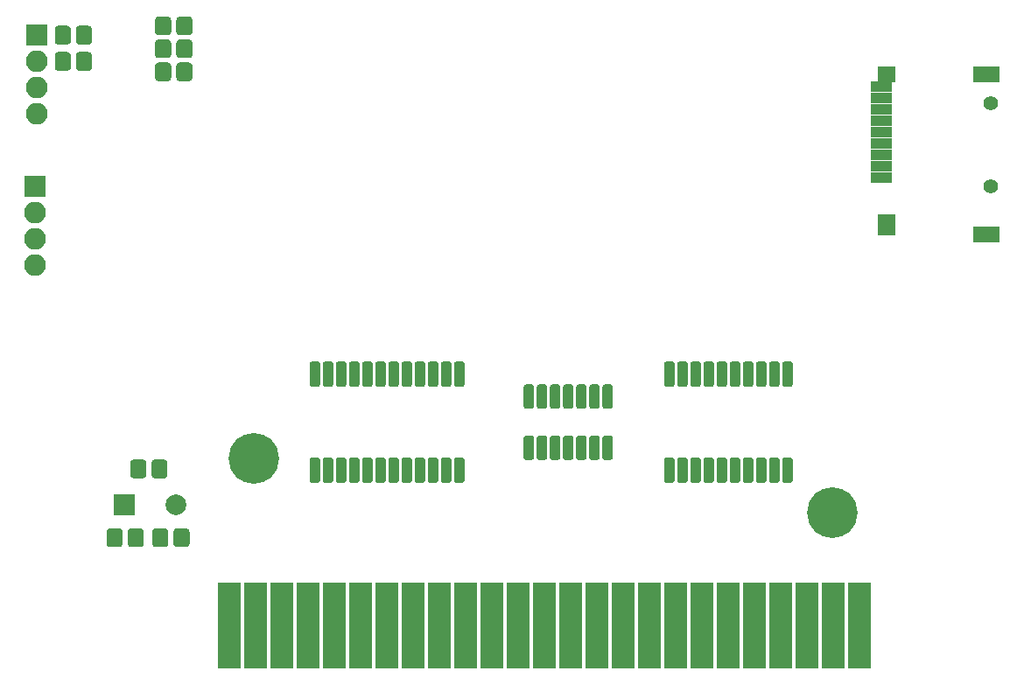
<source format=gbr>
G04 #@! TF.GenerationSoftware,KiCad,Pcbnew,5.1.5+dfsg1-2*
G04 #@! TF.CreationDate,2020-04-06T17:51:16-07:00*
G04 #@! TF.ProjectId,rpmpv1,72706d70-7631-42e6-9b69-6361645f7063,rev?*
G04 #@! TF.SameCoordinates,Original*
G04 #@! TF.FileFunction,Soldermask,Bot*
G04 #@! TF.FilePolarity,Negative*
%FSLAX46Y46*%
G04 Gerber Fmt 4.6, Leading zero omitted, Abs format (unit mm)*
G04 Created by KiCad (PCBNEW 5.1.5+dfsg1-2) date 2020-04-06 17:51:16*
%MOMM*%
%LPD*%
G04 APERTURE LIST*
%ADD10C,0.100000*%
%ADD11O,2.100000X2.100000*%
%ADD12R,2.100000X2.100000*%
%ADD13C,4.900000*%
%ADD14R,2.200000X8.400000*%
%ADD15R,2.000000X2.000000*%
%ADD16C,2.000000*%
%ADD17R,2.600000X1.600000*%
%ADD18R,1.800000X2.000000*%
%ADD19R,1.800000X1.600000*%
%ADD20R,2.000000X1.100000*%
%ADD21C,1.400000*%
G04 APERTURE END LIST*
D10*
G36*
X181249504Y-84296204D02*
G01*
X181273773Y-84299804D01*
X181297571Y-84305765D01*
X181320671Y-84314030D01*
X181342849Y-84324520D01*
X181363893Y-84337133D01*
X181383598Y-84351747D01*
X181401777Y-84368223D01*
X181418253Y-84386402D01*
X181432867Y-84406107D01*
X181445480Y-84427151D01*
X181455970Y-84449329D01*
X181464235Y-84472429D01*
X181470196Y-84496227D01*
X181473796Y-84520496D01*
X181475000Y-84545000D01*
X181475000Y-86495000D01*
X181473796Y-86519504D01*
X181470196Y-86543773D01*
X181464235Y-86567571D01*
X181455970Y-86590671D01*
X181445480Y-86612849D01*
X181432867Y-86633893D01*
X181418253Y-86653598D01*
X181401777Y-86671777D01*
X181383598Y-86688253D01*
X181363893Y-86702867D01*
X181342849Y-86715480D01*
X181320671Y-86725970D01*
X181297571Y-86734235D01*
X181273773Y-86740196D01*
X181249504Y-86743796D01*
X181225000Y-86745000D01*
X180725000Y-86745000D01*
X180700496Y-86743796D01*
X180676227Y-86740196D01*
X180652429Y-86734235D01*
X180629329Y-86725970D01*
X180607151Y-86715480D01*
X180586107Y-86702867D01*
X180566402Y-86688253D01*
X180548223Y-86671777D01*
X180531747Y-86653598D01*
X180517133Y-86633893D01*
X180504520Y-86612849D01*
X180494030Y-86590671D01*
X180485765Y-86567571D01*
X180479804Y-86543773D01*
X180476204Y-86519504D01*
X180475000Y-86495000D01*
X180475000Y-84545000D01*
X180476204Y-84520496D01*
X180479804Y-84496227D01*
X180485765Y-84472429D01*
X180494030Y-84449329D01*
X180504520Y-84427151D01*
X180517133Y-84406107D01*
X180531747Y-84386402D01*
X180548223Y-84368223D01*
X180566402Y-84351747D01*
X180586107Y-84337133D01*
X180607151Y-84324520D01*
X180629329Y-84314030D01*
X180652429Y-84305765D01*
X180676227Y-84299804D01*
X180700496Y-84296204D01*
X180725000Y-84295000D01*
X181225000Y-84295000D01*
X181249504Y-84296204D01*
G37*
G36*
X179979504Y-84296204D02*
G01*
X180003773Y-84299804D01*
X180027571Y-84305765D01*
X180050671Y-84314030D01*
X180072849Y-84324520D01*
X180093893Y-84337133D01*
X180113598Y-84351747D01*
X180131777Y-84368223D01*
X180148253Y-84386402D01*
X180162867Y-84406107D01*
X180175480Y-84427151D01*
X180185970Y-84449329D01*
X180194235Y-84472429D01*
X180200196Y-84496227D01*
X180203796Y-84520496D01*
X180205000Y-84545000D01*
X180205000Y-86495000D01*
X180203796Y-86519504D01*
X180200196Y-86543773D01*
X180194235Y-86567571D01*
X180185970Y-86590671D01*
X180175480Y-86612849D01*
X180162867Y-86633893D01*
X180148253Y-86653598D01*
X180131777Y-86671777D01*
X180113598Y-86688253D01*
X180093893Y-86702867D01*
X180072849Y-86715480D01*
X180050671Y-86725970D01*
X180027571Y-86734235D01*
X180003773Y-86740196D01*
X179979504Y-86743796D01*
X179955000Y-86745000D01*
X179455000Y-86745000D01*
X179430496Y-86743796D01*
X179406227Y-86740196D01*
X179382429Y-86734235D01*
X179359329Y-86725970D01*
X179337151Y-86715480D01*
X179316107Y-86702867D01*
X179296402Y-86688253D01*
X179278223Y-86671777D01*
X179261747Y-86653598D01*
X179247133Y-86633893D01*
X179234520Y-86612849D01*
X179224030Y-86590671D01*
X179215765Y-86567571D01*
X179209804Y-86543773D01*
X179206204Y-86519504D01*
X179205000Y-86495000D01*
X179205000Y-84545000D01*
X179206204Y-84520496D01*
X179209804Y-84496227D01*
X179215765Y-84472429D01*
X179224030Y-84449329D01*
X179234520Y-84427151D01*
X179247133Y-84406107D01*
X179261747Y-84386402D01*
X179278223Y-84368223D01*
X179296402Y-84351747D01*
X179316107Y-84337133D01*
X179337151Y-84324520D01*
X179359329Y-84314030D01*
X179382429Y-84305765D01*
X179406227Y-84299804D01*
X179430496Y-84296204D01*
X179455000Y-84295000D01*
X179955000Y-84295000D01*
X179979504Y-84296204D01*
G37*
G36*
X178709504Y-84296204D02*
G01*
X178733773Y-84299804D01*
X178757571Y-84305765D01*
X178780671Y-84314030D01*
X178802849Y-84324520D01*
X178823893Y-84337133D01*
X178843598Y-84351747D01*
X178861777Y-84368223D01*
X178878253Y-84386402D01*
X178892867Y-84406107D01*
X178905480Y-84427151D01*
X178915970Y-84449329D01*
X178924235Y-84472429D01*
X178930196Y-84496227D01*
X178933796Y-84520496D01*
X178935000Y-84545000D01*
X178935000Y-86495000D01*
X178933796Y-86519504D01*
X178930196Y-86543773D01*
X178924235Y-86567571D01*
X178915970Y-86590671D01*
X178905480Y-86612849D01*
X178892867Y-86633893D01*
X178878253Y-86653598D01*
X178861777Y-86671777D01*
X178843598Y-86688253D01*
X178823893Y-86702867D01*
X178802849Y-86715480D01*
X178780671Y-86725970D01*
X178757571Y-86734235D01*
X178733773Y-86740196D01*
X178709504Y-86743796D01*
X178685000Y-86745000D01*
X178185000Y-86745000D01*
X178160496Y-86743796D01*
X178136227Y-86740196D01*
X178112429Y-86734235D01*
X178089329Y-86725970D01*
X178067151Y-86715480D01*
X178046107Y-86702867D01*
X178026402Y-86688253D01*
X178008223Y-86671777D01*
X177991747Y-86653598D01*
X177977133Y-86633893D01*
X177964520Y-86612849D01*
X177954030Y-86590671D01*
X177945765Y-86567571D01*
X177939804Y-86543773D01*
X177936204Y-86519504D01*
X177935000Y-86495000D01*
X177935000Y-84545000D01*
X177936204Y-84520496D01*
X177939804Y-84496227D01*
X177945765Y-84472429D01*
X177954030Y-84449329D01*
X177964520Y-84427151D01*
X177977133Y-84406107D01*
X177991747Y-84386402D01*
X178008223Y-84368223D01*
X178026402Y-84351747D01*
X178046107Y-84337133D01*
X178067151Y-84324520D01*
X178089329Y-84314030D01*
X178112429Y-84305765D01*
X178136227Y-84299804D01*
X178160496Y-84296204D01*
X178185000Y-84295000D01*
X178685000Y-84295000D01*
X178709504Y-84296204D01*
G37*
G36*
X177439504Y-84296204D02*
G01*
X177463773Y-84299804D01*
X177487571Y-84305765D01*
X177510671Y-84314030D01*
X177532849Y-84324520D01*
X177553893Y-84337133D01*
X177573598Y-84351747D01*
X177591777Y-84368223D01*
X177608253Y-84386402D01*
X177622867Y-84406107D01*
X177635480Y-84427151D01*
X177645970Y-84449329D01*
X177654235Y-84472429D01*
X177660196Y-84496227D01*
X177663796Y-84520496D01*
X177665000Y-84545000D01*
X177665000Y-86495000D01*
X177663796Y-86519504D01*
X177660196Y-86543773D01*
X177654235Y-86567571D01*
X177645970Y-86590671D01*
X177635480Y-86612849D01*
X177622867Y-86633893D01*
X177608253Y-86653598D01*
X177591777Y-86671777D01*
X177573598Y-86688253D01*
X177553893Y-86702867D01*
X177532849Y-86715480D01*
X177510671Y-86725970D01*
X177487571Y-86734235D01*
X177463773Y-86740196D01*
X177439504Y-86743796D01*
X177415000Y-86745000D01*
X176915000Y-86745000D01*
X176890496Y-86743796D01*
X176866227Y-86740196D01*
X176842429Y-86734235D01*
X176819329Y-86725970D01*
X176797151Y-86715480D01*
X176776107Y-86702867D01*
X176756402Y-86688253D01*
X176738223Y-86671777D01*
X176721747Y-86653598D01*
X176707133Y-86633893D01*
X176694520Y-86612849D01*
X176684030Y-86590671D01*
X176675765Y-86567571D01*
X176669804Y-86543773D01*
X176666204Y-86519504D01*
X176665000Y-86495000D01*
X176665000Y-84545000D01*
X176666204Y-84520496D01*
X176669804Y-84496227D01*
X176675765Y-84472429D01*
X176684030Y-84449329D01*
X176694520Y-84427151D01*
X176707133Y-84406107D01*
X176721747Y-84386402D01*
X176738223Y-84368223D01*
X176756402Y-84351747D01*
X176776107Y-84337133D01*
X176797151Y-84324520D01*
X176819329Y-84314030D01*
X176842429Y-84305765D01*
X176866227Y-84299804D01*
X176890496Y-84296204D01*
X176915000Y-84295000D01*
X177415000Y-84295000D01*
X177439504Y-84296204D01*
G37*
G36*
X176169504Y-84296204D02*
G01*
X176193773Y-84299804D01*
X176217571Y-84305765D01*
X176240671Y-84314030D01*
X176262849Y-84324520D01*
X176283893Y-84337133D01*
X176303598Y-84351747D01*
X176321777Y-84368223D01*
X176338253Y-84386402D01*
X176352867Y-84406107D01*
X176365480Y-84427151D01*
X176375970Y-84449329D01*
X176384235Y-84472429D01*
X176390196Y-84496227D01*
X176393796Y-84520496D01*
X176395000Y-84545000D01*
X176395000Y-86495000D01*
X176393796Y-86519504D01*
X176390196Y-86543773D01*
X176384235Y-86567571D01*
X176375970Y-86590671D01*
X176365480Y-86612849D01*
X176352867Y-86633893D01*
X176338253Y-86653598D01*
X176321777Y-86671777D01*
X176303598Y-86688253D01*
X176283893Y-86702867D01*
X176262849Y-86715480D01*
X176240671Y-86725970D01*
X176217571Y-86734235D01*
X176193773Y-86740196D01*
X176169504Y-86743796D01*
X176145000Y-86745000D01*
X175645000Y-86745000D01*
X175620496Y-86743796D01*
X175596227Y-86740196D01*
X175572429Y-86734235D01*
X175549329Y-86725970D01*
X175527151Y-86715480D01*
X175506107Y-86702867D01*
X175486402Y-86688253D01*
X175468223Y-86671777D01*
X175451747Y-86653598D01*
X175437133Y-86633893D01*
X175424520Y-86612849D01*
X175414030Y-86590671D01*
X175405765Y-86567571D01*
X175399804Y-86543773D01*
X175396204Y-86519504D01*
X175395000Y-86495000D01*
X175395000Y-84545000D01*
X175396204Y-84520496D01*
X175399804Y-84496227D01*
X175405765Y-84472429D01*
X175414030Y-84449329D01*
X175424520Y-84427151D01*
X175437133Y-84406107D01*
X175451747Y-84386402D01*
X175468223Y-84368223D01*
X175486402Y-84351747D01*
X175506107Y-84337133D01*
X175527151Y-84324520D01*
X175549329Y-84314030D01*
X175572429Y-84305765D01*
X175596227Y-84299804D01*
X175620496Y-84296204D01*
X175645000Y-84295000D01*
X176145000Y-84295000D01*
X176169504Y-84296204D01*
G37*
G36*
X174899504Y-84296204D02*
G01*
X174923773Y-84299804D01*
X174947571Y-84305765D01*
X174970671Y-84314030D01*
X174992849Y-84324520D01*
X175013893Y-84337133D01*
X175033598Y-84351747D01*
X175051777Y-84368223D01*
X175068253Y-84386402D01*
X175082867Y-84406107D01*
X175095480Y-84427151D01*
X175105970Y-84449329D01*
X175114235Y-84472429D01*
X175120196Y-84496227D01*
X175123796Y-84520496D01*
X175125000Y-84545000D01*
X175125000Y-86495000D01*
X175123796Y-86519504D01*
X175120196Y-86543773D01*
X175114235Y-86567571D01*
X175105970Y-86590671D01*
X175095480Y-86612849D01*
X175082867Y-86633893D01*
X175068253Y-86653598D01*
X175051777Y-86671777D01*
X175033598Y-86688253D01*
X175013893Y-86702867D01*
X174992849Y-86715480D01*
X174970671Y-86725970D01*
X174947571Y-86734235D01*
X174923773Y-86740196D01*
X174899504Y-86743796D01*
X174875000Y-86745000D01*
X174375000Y-86745000D01*
X174350496Y-86743796D01*
X174326227Y-86740196D01*
X174302429Y-86734235D01*
X174279329Y-86725970D01*
X174257151Y-86715480D01*
X174236107Y-86702867D01*
X174216402Y-86688253D01*
X174198223Y-86671777D01*
X174181747Y-86653598D01*
X174167133Y-86633893D01*
X174154520Y-86612849D01*
X174144030Y-86590671D01*
X174135765Y-86567571D01*
X174129804Y-86543773D01*
X174126204Y-86519504D01*
X174125000Y-86495000D01*
X174125000Y-84545000D01*
X174126204Y-84520496D01*
X174129804Y-84496227D01*
X174135765Y-84472429D01*
X174144030Y-84449329D01*
X174154520Y-84427151D01*
X174167133Y-84406107D01*
X174181747Y-84386402D01*
X174198223Y-84368223D01*
X174216402Y-84351747D01*
X174236107Y-84337133D01*
X174257151Y-84324520D01*
X174279329Y-84314030D01*
X174302429Y-84305765D01*
X174326227Y-84299804D01*
X174350496Y-84296204D01*
X174375000Y-84295000D01*
X174875000Y-84295000D01*
X174899504Y-84296204D01*
G37*
G36*
X173629504Y-84296204D02*
G01*
X173653773Y-84299804D01*
X173677571Y-84305765D01*
X173700671Y-84314030D01*
X173722849Y-84324520D01*
X173743893Y-84337133D01*
X173763598Y-84351747D01*
X173781777Y-84368223D01*
X173798253Y-84386402D01*
X173812867Y-84406107D01*
X173825480Y-84427151D01*
X173835970Y-84449329D01*
X173844235Y-84472429D01*
X173850196Y-84496227D01*
X173853796Y-84520496D01*
X173855000Y-84545000D01*
X173855000Y-86495000D01*
X173853796Y-86519504D01*
X173850196Y-86543773D01*
X173844235Y-86567571D01*
X173835970Y-86590671D01*
X173825480Y-86612849D01*
X173812867Y-86633893D01*
X173798253Y-86653598D01*
X173781777Y-86671777D01*
X173763598Y-86688253D01*
X173743893Y-86702867D01*
X173722849Y-86715480D01*
X173700671Y-86725970D01*
X173677571Y-86734235D01*
X173653773Y-86740196D01*
X173629504Y-86743796D01*
X173605000Y-86745000D01*
X173105000Y-86745000D01*
X173080496Y-86743796D01*
X173056227Y-86740196D01*
X173032429Y-86734235D01*
X173009329Y-86725970D01*
X172987151Y-86715480D01*
X172966107Y-86702867D01*
X172946402Y-86688253D01*
X172928223Y-86671777D01*
X172911747Y-86653598D01*
X172897133Y-86633893D01*
X172884520Y-86612849D01*
X172874030Y-86590671D01*
X172865765Y-86567571D01*
X172859804Y-86543773D01*
X172856204Y-86519504D01*
X172855000Y-86495000D01*
X172855000Y-84545000D01*
X172856204Y-84520496D01*
X172859804Y-84496227D01*
X172865765Y-84472429D01*
X172874030Y-84449329D01*
X172884520Y-84427151D01*
X172897133Y-84406107D01*
X172911747Y-84386402D01*
X172928223Y-84368223D01*
X172946402Y-84351747D01*
X172966107Y-84337133D01*
X172987151Y-84324520D01*
X173009329Y-84314030D01*
X173032429Y-84305765D01*
X173056227Y-84299804D01*
X173080496Y-84296204D01*
X173105000Y-84295000D01*
X173605000Y-84295000D01*
X173629504Y-84296204D01*
G37*
G36*
X172359504Y-84296204D02*
G01*
X172383773Y-84299804D01*
X172407571Y-84305765D01*
X172430671Y-84314030D01*
X172452849Y-84324520D01*
X172473893Y-84337133D01*
X172493598Y-84351747D01*
X172511777Y-84368223D01*
X172528253Y-84386402D01*
X172542867Y-84406107D01*
X172555480Y-84427151D01*
X172565970Y-84449329D01*
X172574235Y-84472429D01*
X172580196Y-84496227D01*
X172583796Y-84520496D01*
X172585000Y-84545000D01*
X172585000Y-86495000D01*
X172583796Y-86519504D01*
X172580196Y-86543773D01*
X172574235Y-86567571D01*
X172565970Y-86590671D01*
X172555480Y-86612849D01*
X172542867Y-86633893D01*
X172528253Y-86653598D01*
X172511777Y-86671777D01*
X172493598Y-86688253D01*
X172473893Y-86702867D01*
X172452849Y-86715480D01*
X172430671Y-86725970D01*
X172407571Y-86734235D01*
X172383773Y-86740196D01*
X172359504Y-86743796D01*
X172335000Y-86745000D01*
X171835000Y-86745000D01*
X171810496Y-86743796D01*
X171786227Y-86740196D01*
X171762429Y-86734235D01*
X171739329Y-86725970D01*
X171717151Y-86715480D01*
X171696107Y-86702867D01*
X171676402Y-86688253D01*
X171658223Y-86671777D01*
X171641747Y-86653598D01*
X171627133Y-86633893D01*
X171614520Y-86612849D01*
X171604030Y-86590671D01*
X171595765Y-86567571D01*
X171589804Y-86543773D01*
X171586204Y-86519504D01*
X171585000Y-86495000D01*
X171585000Y-84545000D01*
X171586204Y-84520496D01*
X171589804Y-84496227D01*
X171595765Y-84472429D01*
X171604030Y-84449329D01*
X171614520Y-84427151D01*
X171627133Y-84406107D01*
X171641747Y-84386402D01*
X171658223Y-84368223D01*
X171676402Y-84351747D01*
X171696107Y-84337133D01*
X171717151Y-84324520D01*
X171739329Y-84314030D01*
X171762429Y-84305765D01*
X171786227Y-84299804D01*
X171810496Y-84296204D01*
X171835000Y-84295000D01*
X172335000Y-84295000D01*
X172359504Y-84296204D01*
G37*
G36*
X171089504Y-84296204D02*
G01*
X171113773Y-84299804D01*
X171137571Y-84305765D01*
X171160671Y-84314030D01*
X171182849Y-84324520D01*
X171203893Y-84337133D01*
X171223598Y-84351747D01*
X171241777Y-84368223D01*
X171258253Y-84386402D01*
X171272867Y-84406107D01*
X171285480Y-84427151D01*
X171295970Y-84449329D01*
X171304235Y-84472429D01*
X171310196Y-84496227D01*
X171313796Y-84520496D01*
X171315000Y-84545000D01*
X171315000Y-86495000D01*
X171313796Y-86519504D01*
X171310196Y-86543773D01*
X171304235Y-86567571D01*
X171295970Y-86590671D01*
X171285480Y-86612849D01*
X171272867Y-86633893D01*
X171258253Y-86653598D01*
X171241777Y-86671777D01*
X171223598Y-86688253D01*
X171203893Y-86702867D01*
X171182849Y-86715480D01*
X171160671Y-86725970D01*
X171137571Y-86734235D01*
X171113773Y-86740196D01*
X171089504Y-86743796D01*
X171065000Y-86745000D01*
X170565000Y-86745000D01*
X170540496Y-86743796D01*
X170516227Y-86740196D01*
X170492429Y-86734235D01*
X170469329Y-86725970D01*
X170447151Y-86715480D01*
X170426107Y-86702867D01*
X170406402Y-86688253D01*
X170388223Y-86671777D01*
X170371747Y-86653598D01*
X170357133Y-86633893D01*
X170344520Y-86612849D01*
X170334030Y-86590671D01*
X170325765Y-86567571D01*
X170319804Y-86543773D01*
X170316204Y-86519504D01*
X170315000Y-86495000D01*
X170315000Y-84545000D01*
X170316204Y-84520496D01*
X170319804Y-84496227D01*
X170325765Y-84472429D01*
X170334030Y-84449329D01*
X170344520Y-84427151D01*
X170357133Y-84406107D01*
X170371747Y-84386402D01*
X170388223Y-84368223D01*
X170406402Y-84351747D01*
X170426107Y-84337133D01*
X170447151Y-84324520D01*
X170469329Y-84314030D01*
X170492429Y-84305765D01*
X170516227Y-84299804D01*
X170540496Y-84296204D01*
X170565000Y-84295000D01*
X171065000Y-84295000D01*
X171089504Y-84296204D01*
G37*
G36*
X169819504Y-84296204D02*
G01*
X169843773Y-84299804D01*
X169867571Y-84305765D01*
X169890671Y-84314030D01*
X169912849Y-84324520D01*
X169933893Y-84337133D01*
X169953598Y-84351747D01*
X169971777Y-84368223D01*
X169988253Y-84386402D01*
X170002867Y-84406107D01*
X170015480Y-84427151D01*
X170025970Y-84449329D01*
X170034235Y-84472429D01*
X170040196Y-84496227D01*
X170043796Y-84520496D01*
X170045000Y-84545000D01*
X170045000Y-86495000D01*
X170043796Y-86519504D01*
X170040196Y-86543773D01*
X170034235Y-86567571D01*
X170025970Y-86590671D01*
X170015480Y-86612849D01*
X170002867Y-86633893D01*
X169988253Y-86653598D01*
X169971777Y-86671777D01*
X169953598Y-86688253D01*
X169933893Y-86702867D01*
X169912849Y-86715480D01*
X169890671Y-86725970D01*
X169867571Y-86734235D01*
X169843773Y-86740196D01*
X169819504Y-86743796D01*
X169795000Y-86745000D01*
X169295000Y-86745000D01*
X169270496Y-86743796D01*
X169246227Y-86740196D01*
X169222429Y-86734235D01*
X169199329Y-86725970D01*
X169177151Y-86715480D01*
X169156107Y-86702867D01*
X169136402Y-86688253D01*
X169118223Y-86671777D01*
X169101747Y-86653598D01*
X169087133Y-86633893D01*
X169074520Y-86612849D01*
X169064030Y-86590671D01*
X169055765Y-86567571D01*
X169049804Y-86543773D01*
X169046204Y-86519504D01*
X169045000Y-86495000D01*
X169045000Y-84545000D01*
X169046204Y-84520496D01*
X169049804Y-84496227D01*
X169055765Y-84472429D01*
X169064030Y-84449329D01*
X169074520Y-84427151D01*
X169087133Y-84406107D01*
X169101747Y-84386402D01*
X169118223Y-84368223D01*
X169136402Y-84351747D01*
X169156107Y-84337133D01*
X169177151Y-84324520D01*
X169199329Y-84314030D01*
X169222429Y-84305765D01*
X169246227Y-84299804D01*
X169270496Y-84296204D01*
X169295000Y-84295000D01*
X169795000Y-84295000D01*
X169819504Y-84296204D01*
G37*
G36*
X169819504Y-93596204D02*
G01*
X169843773Y-93599804D01*
X169867571Y-93605765D01*
X169890671Y-93614030D01*
X169912849Y-93624520D01*
X169933893Y-93637133D01*
X169953598Y-93651747D01*
X169971777Y-93668223D01*
X169988253Y-93686402D01*
X170002867Y-93706107D01*
X170015480Y-93727151D01*
X170025970Y-93749329D01*
X170034235Y-93772429D01*
X170040196Y-93796227D01*
X170043796Y-93820496D01*
X170045000Y-93845000D01*
X170045000Y-95795000D01*
X170043796Y-95819504D01*
X170040196Y-95843773D01*
X170034235Y-95867571D01*
X170025970Y-95890671D01*
X170015480Y-95912849D01*
X170002867Y-95933893D01*
X169988253Y-95953598D01*
X169971777Y-95971777D01*
X169953598Y-95988253D01*
X169933893Y-96002867D01*
X169912849Y-96015480D01*
X169890671Y-96025970D01*
X169867571Y-96034235D01*
X169843773Y-96040196D01*
X169819504Y-96043796D01*
X169795000Y-96045000D01*
X169295000Y-96045000D01*
X169270496Y-96043796D01*
X169246227Y-96040196D01*
X169222429Y-96034235D01*
X169199329Y-96025970D01*
X169177151Y-96015480D01*
X169156107Y-96002867D01*
X169136402Y-95988253D01*
X169118223Y-95971777D01*
X169101747Y-95953598D01*
X169087133Y-95933893D01*
X169074520Y-95912849D01*
X169064030Y-95890671D01*
X169055765Y-95867571D01*
X169049804Y-95843773D01*
X169046204Y-95819504D01*
X169045000Y-95795000D01*
X169045000Y-93845000D01*
X169046204Y-93820496D01*
X169049804Y-93796227D01*
X169055765Y-93772429D01*
X169064030Y-93749329D01*
X169074520Y-93727151D01*
X169087133Y-93706107D01*
X169101747Y-93686402D01*
X169118223Y-93668223D01*
X169136402Y-93651747D01*
X169156107Y-93637133D01*
X169177151Y-93624520D01*
X169199329Y-93614030D01*
X169222429Y-93605765D01*
X169246227Y-93599804D01*
X169270496Y-93596204D01*
X169295000Y-93595000D01*
X169795000Y-93595000D01*
X169819504Y-93596204D01*
G37*
G36*
X171089504Y-93596204D02*
G01*
X171113773Y-93599804D01*
X171137571Y-93605765D01*
X171160671Y-93614030D01*
X171182849Y-93624520D01*
X171203893Y-93637133D01*
X171223598Y-93651747D01*
X171241777Y-93668223D01*
X171258253Y-93686402D01*
X171272867Y-93706107D01*
X171285480Y-93727151D01*
X171295970Y-93749329D01*
X171304235Y-93772429D01*
X171310196Y-93796227D01*
X171313796Y-93820496D01*
X171315000Y-93845000D01*
X171315000Y-95795000D01*
X171313796Y-95819504D01*
X171310196Y-95843773D01*
X171304235Y-95867571D01*
X171295970Y-95890671D01*
X171285480Y-95912849D01*
X171272867Y-95933893D01*
X171258253Y-95953598D01*
X171241777Y-95971777D01*
X171223598Y-95988253D01*
X171203893Y-96002867D01*
X171182849Y-96015480D01*
X171160671Y-96025970D01*
X171137571Y-96034235D01*
X171113773Y-96040196D01*
X171089504Y-96043796D01*
X171065000Y-96045000D01*
X170565000Y-96045000D01*
X170540496Y-96043796D01*
X170516227Y-96040196D01*
X170492429Y-96034235D01*
X170469329Y-96025970D01*
X170447151Y-96015480D01*
X170426107Y-96002867D01*
X170406402Y-95988253D01*
X170388223Y-95971777D01*
X170371747Y-95953598D01*
X170357133Y-95933893D01*
X170344520Y-95912849D01*
X170334030Y-95890671D01*
X170325765Y-95867571D01*
X170319804Y-95843773D01*
X170316204Y-95819504D01*
X170315000Y-95795000D01*
X170315000Y-93845000D01*
X170316204Y-93820496D01*
X170319804Y-93796227D01*
X170325765Y-93772429D01*
X170334030Y-93749329D01*
X170344520Y-93727151D01*
X170357133Y-93706107D01*
X170371747Y-93686402D01*
X170388223Y-93668223D01*
X170406402Y-93651747D01*
X170426107Y-93637133D01*
X170447151Y-93624520D01*
X170469329Y-93614030D01*
X170492429Y-93605765D01*
X170516227Y-93599804D01*
X170540496Y-93596204D01*
X170565000Y-93595000D01*
X171065000Y-93595000D01*
X171089504Y-93596204D01*
G37*
G36*
X172359504Y-93596204D02*
G01*
X172383773Y-93599804D01*
X172407571Y-93605765D01*
X172430671Y-93614030D01*
X172452849Y-93624520D01*
X172473893Y-93637133D01*
X172493598Y-93651747D01*
X172511777Y-93668223D01*
X172528253Y-93686402D01*
X172542867Y-93706107D01*
X172555480Y-93727151D01*
X172565970Y-93749329D01*
X172574235Y-93772429D01*
X172580196Y-93796227D01*
X172583796Y-93820496D01*
X172585000Y-93845000D01*
X172585000Y-95795000D01*
X172583796Y-95819504D01*
X172580196Y-95843773D01*
X172574235Y-95867571D01*
X172565970Y-95890671D01*
X172555480Y-95912849D01*
X172542867Y-95933893D01*
X172528253Y-95953598D01*
X172511777Y-95971777D01*
X172493598Y-95988253D01*
X172473893Y-96002867D01*
X172452849Y-96015480D01*
X172430671Y-96025970D01*
X172407571Y-96034235D01*
X172383773Y-96040196D01*
X172359504Y-96043796D01*
X172335000Y-96045000D01*
X171835000Y-96045000D01*
X171810496Y-96043796D01*
X171786227Y-96040196D01*
X171762429Y-96034235D01*
X171739329Y-96025970D01*
X171717151Y-96015480D01*
X171696107Y-96002867D01*
X171676402Y-95988253D01*
X171658223Y-95971777D01*
X171641747Y-95953598D01*
X171627133Y-95933893D01*
X171614520Y-95912849D01*
X171604030Y-95890671D01*
X171595765Y-95867571D01*
X171589804Y-95843773D01*
X171586204Y-95819504D01*
X171585000Y-95795000D01*
X171585000Y-93845000D01*
X171586204Y-93820496D01*
X171589804Y-93796227D01*
X171595765Y-93772429D01*
X171604030Y-93749329D01*
X171614520Y-93727151D01*
X171627133Y-93706107D01*
X171641747Y-93686402D01*
X171658223Y-93668223D01*
X171676402Y-93651747D01*
X171696107Y-93637133D01*
X171717151Y-93624520D01*
X171739329Y-93614030D01*
X171762429Y-93605765D01*
X171786227Y-93599804D01*
X171810496Y-93596204D01*
X171835000Y-93595000D01*
X172335000Y-93595000D01*
X172359504Y-93596204D01*
G37*
G36*
X173629504Y-93596204D02*
G01*
X173653773Y-93599804D01*
X173677571Y-93605765D01*
X173700671Y-93614030D01*
X173722849Y-93624520D01*
X173743893Y-93637133D01*
X173763598Y-93651747D01*
X173781777Y-93668223D01*
X173798253Y-93686402D01*
X173812867Y-93706107D01*
X173825480Y-93727151D01*
X173835970Y-93749329D01*
X173844235Y-93772429D01*
X173850196Y-93796227D01*
X173853796Y-93820496D01*
X173855000Y-93845000D01*
X173855000Y-95795000D01*
X173853796Y-95819504D01*
X173850196Y-95843773D01*
X173844235Y-95867571D01*
X173835970Y-95890671D01*
X173825480Y-95912849D01*
X173812867Y-95933893D01*
X173798253Y-95953598D01*
X173781777Y-95971777D01*
X173763598Y-95988253D01*
X173743893Y-96002867D01*
X173722849Y-96015480D01*
X173700671Y-96025970D01*
X173677571Y-96034235D01*
X173653773Y-96040196D01*
X173629504Y-96043796D01*
X173605000Y-96045000D01*
X173105000Y-96045000D01*
X173080496Y-96043796D01*
X173056227Y-96040196D01*
X173032429Y-96034235D01*
X173009329Y-96025970D01*
X172987151Y-96015480D01*
X172966107Y-96002867D01*
X172946402Y-95988253D01*
X172928223Y-95971777D01*
X172911747Y-95953598D01*
X172897133Y-95933893D01*
X172884520Y-95912849D01*
X172874030Y-95890671D01*
X172865765Y-95867571D01*
X172859804Y-95843773D01*
X172856204Y-95819504D01*
X172855000Y-95795000D01*
X172855000Y-93845000D01*
X172856204Y-93820496D01*
X172859804Y-93796227D01*
X172865765Y-93772429D01*
X172874030Y-93749329D01*
X172884520Y-93727151D01*
X172897133Y-93706107D01*
X172911747Y-93686402D01*
X172928223Y-93668223D01*
X172946402Y-93651747D01*
X172966107Y-93637133D01*
X172987151Y-93624520D01*
X173009329Y-93614030D01*
X173032429Y-93605765D01*
X173056227Y-93599804D01*
X173080496Y-93596204D01*
X173105000Y-93595000D01*
X173605000Y-93595000D01*
X173629504Y-93596204D01*
G37*
G36*
X174899504Y-93596204D02*
G01*
X174923773Y-93599804D01*
X174947571Y-93605765D01*
X174970671Y-93614030D01*
X174992849Y-93624520D01*
X175013893Y-93637133D01*
X175033598Y-93651747D01*
X175051777Y-93668223D01*
X175068253Y-93686402D01*
X175082867Y-93706107D01*
X175095480Y-93727151D01*
X175105970Y-93749329D01*
X175114235Y-93772429D01*
X175120196Y-93796227D01*
X175123796Y-93820496D01*
X175125000Y-93845000D01*
X175125000Y-95795000D01*
X175123796Y-95819504D01*
X175120196Y-95843773D01*
X175114235Y-95867571D01*
X175105970Y-95890671D01*
X175095480Y-95912849D01*
X175082867Y-95933893D01*
X175068253Y-95953598D01*
X175051777Y-95971777D01*
X175033598Y-95988253D01*
X175013893Y-96002867D01*
X174992849Y-96015480D01*
X174970671Y-96025970D01*
X174947571Y-96034235D01*
X174923773Y-96040196D01*
X174899504Y-96043796D01*
X174875000Y-96045000D01*
X174375000Y-96045000D01*
X174350496Y-96043796D01*
X174326227Y-96040196D01*
X174302429Y-96034235D01*
X174279329Y-96025970D01*
X174257151Y-96015480D01*
X174236107Y-96002867D01*
X174216402Y-95988253D01*
X174198223Y-95971777D01*
X174181747Y-95953598D01*
X174167133Y-95933893D01*
X174154520Y-95912849D01*
X174144030Y-95890671D01*
X174135765Y-95867571D01*
X174129804Y-95843773D01*
X174126204Y-95819504D01*
X174125000Y-95795000D01*
X174125000Y-93845000D01*
X174126204Y-93820496D01*
X174129804Y-93796227D01*
X174135765Y-93772429D01*
X174144030Y-93749329D01*
X174154520Y-93727151D01*
X174167133Y-93706107D01*
X174181747Y-93686402D01*
X174198223Y-93668223D01*
X174216402Y-93651747D01*
X174236107Y-93637133D01*
X174257151Y-93624520D01*
X174279329Y-93614030D01*
X174302429Y-93605765D01*
X174326227Y-93599804D01*
X174350496Y-93596204D01*
X174375000Y-93595000D01*
X174875000Y-93595000D01*
X174899504Y-93596204D01*
G37*
G36*
X176169504Y-93596204D02*
G01*
X176193773Y-93599804D01*
X176217571Y-93605765D01*
X176240671Y-93614030D01*
X176262849Y-93624520D01*
X176283893Y-93637133D01*
X176303598Y-93651747D01*
X176321777Y-93668223D01*
X176338253Y-93686402D01*
X176352867Y-93706107D01*
X176365480Y-93727151D01*
X176375970Y-93749329D01*
X176384235Y-93772429D01*
X176390196Y-93796227D01*
X176393796Y-93820496D01*
X176395000Y-93845000D01*
X176395000Y-95795000D01*
X176393796Y-95819504D01*
X176390196Y-95843773D01*
X176384235Y-95867571D01*
X176375970Y-95890671D01*
X176365480Y-95912849D01*
X176352867Y-95933893D01*
X176338253Y-95953598D01*
X176321777Y-95971777D01*
X176303598Y-95988253D01*
X176283893Y-96002867D01*
X176262849Y-96015480D01*
X176240671Y-96025970D01*
X176217571Y-96034235D01*
X176193773Y-96040196D01*
X176169504Y-96043796D01*
X176145000Y-96045000D01*
X175645000Y-96045000D01*
X175620496Y-96043796D01*
X175596227Y-96040196D01*
X175572429Y-96034235D01*
X175549329Y-96025970D01*
X175527151Y-96015480D01*
X175506107Y-96002867D01*
X175486402Y-95988253D01*
X175468223Y-95971777D01*
X175451747Y-95953598D01*
X175437133Y-95933893D01*
X175424520Y-95912849D01*
X175414030Y-95890671D01*
X175405765Y-95867571D01*
X175399804Y-95843773D01*
X175396204Y-95819504D01*
X175395000Y-95795000D01*
X175395000Y-93845000D01*
X175396204Y-93820496D01*
X175399804Y-93796227D01*
X175405765Y-93772429D01*
X175414030Y-93749329D01*
X175424520Y-93727151D01*
X175437133Y-93706107D01*
X175451747Y-93686402D01*
X175468223Y-93668223D01*
X175486402Y-93651747D01*
X175506107Y-93637133D01*
X175527151Y-93624520D01*
X175549329Y-93614030D01*
X175572429Y-93605765D01*
X175596227Y-93599804D01*
X175620496Y-93596204D01*
X175645000Y-93595000D01*
X176145000Y-93595000D01*
X176169504Y-93596204D01*
G37*
G36*
X177439504Y-93596204D02*
G01*
X177463773Y-93599804D01*
X177487571Y-93605765D01*
X177510671Y-93614030D01*
X177532849Y-93624520D01*
X177553893Y-93637133D01*
X177573598Y-93651747D01*
X177591777Y-93668223D01*
X177608253Y-93686402D01*
X177622867Y-93706107D01*
X177635480Y-93727151D01*
X177645970Y-93749329D01*
X177654235Y-93772429D01*
X177660196Y-93796227D01*
X177663796Y-93820496D01*
X177665000Y-93845000D01*
X177665000Y-95795000D01*
X177663796Y-95819504D01*
X177660196Y-95843773D01*
X177654235Y-95867571D01*
X177645970Y-95890671D01*
X177635480Y-95912849D01*
X177622867Y-95933893D01*
X177608253Y-95953598D01*
X177591777Y-95971777D01*
X177573598Y-95988253D01*
X177553893Y-96002867D01*
X177532849Y-96015480D01*
X177510671Y-96025970D01*
X177487571Y-96034235D01*
X177463773Y-96040196D01*
X177439504Y-96043796D01*
X177415000Y-96045000D01*
X176915000Y-96045000D01*
X176890496Y-96043796D01*
X176866227Y-96040196D01*
X176842429Y-96034235D01*
X176819329Y-96025970D01*
X176797151Y-96015480D01*
X176776107Y-96002867D01*
X176756402Y-95988253D01*
X176738223Y-95971777D01*
X176721747Y-95953598D01*
X176707133Y-95933893D01*
X176694520Y-95912849D01*
X176684030Y-95890671D01*
X176675765Y-95867571D01*
X176669804Y-95843773D01*
X176666204Y-95819504D01*
X176665000Y-95795000D01*
X176665000Y-93845000D01*
X176666204Y-93820496D01*
X176669804Y-93796227D01*
X176675765Y-93772429D01*
X176684030Y-93749329D01*
X176694520Y-93727151D01*
X176707133Y-93706107D01*
X176721747Y-93686402D01*
X176738223Y-93668223D01*
X176756402Y-93651747D01*
X176776107Y-93637133D01*
X176797151Y-93624520D01*
X176819329Y-93614030D01*
X176842429Y-93605765D01*
X176866227Y-93599804D01*
X176890496Y-93596204D01*
X176915000Y-93595000D01*
X177415000Y-93595000D01*
X177439504Y-93596204D01*
G37*
G36*
X178709504Y-93596204D02*
G01*
X178733773Y-93599804D01*
X178757571Y-93605765D01*
X178780671Y-93614030D01*
X178802849Y-93624520D01*
X178823893Y-93637133D01*
X178843598Y-93651747D01*
X178861777Y-93668223D01*
X178878253Y-93686402D01*
X178892867Y-93706107D01*
X178905480Y-93727151D01*
X178915970Y-93749329D01*
X178924235Y-93772429D01*
X178930196Y-93796227D01*
X178933796Y-93820496D01*
X178935000Y-93845000D01*
X178935000Y-95795000D01*
X178933796Y-95819504D01*
X178930196Y-95843773D01*
X178924235Y-95867571D01*
X178915970Y-95890671D01*
X178905480Y-95912849D01*
X178892867Y-95933893D01*
X178878253Y-95953598D01*
X178861777Y-95971777D01*
X178843598Y-95988253D01*
X178823893Y-96002867D01*
X178802849Y-96015480D01*
X178780671Y-96025970D01*
X178757571Y-96034235D01*
X178733773Y-96040196D01*
X178709504Y-96043796D01*
X178685000Y-96045000D01*
X178185000Y-96045000D01*
X178160496Y-96043796D01*
X178136227Y-96040196D01*
X178112429Y-96034235D01*
X178089329Y-96025970D01*
X178067151Y-96015480D01*
X178046107Y-96002867D01*
X178026402Y-95988253D01*
X178008223Y-95971777D01*
X177991747Y-95953598D01*
X177977133Y-95933893D01*
X177964520Y-95912849D01*
X177954030Y-95890671D01*
X177945765Y-95867571D01*
X177939804Y-95843773D01*
X177936204Y-95819504D01*
X177935000Y-95795000D01*
X177935000Y-93845000D01*
X177936204Y-93820496D01*
X177939804Y-93796227D01*
X177945765Y-93772429D01*
X177954030Y-93749329D01*
X177964520Y-93727151D01*
X177977133Y-93706107D01*
X177991747Y-93686402D01*
X178008223Y-93668223D01*
X178026402Y-93651747D01*
X178046107Y-93637133D01*
X178067151Y-93624520D01*
X178089329Y-93614030D01*
X178112429Y-93605765D01*
X178136227Y-93599804D01*
X178160496Y-93596204D01*
X178185000Y-93595000D01*
X178685000Y-93595000D01*
X178709504Y-93596204D01*
G37*
G36*
X179979504Y-93596204D02*
G01*
X180003773Y-93599804D01*
X180027571Y-93605765D01*
X180050671Y-93614030D01*
X180072849Y-93624520D01*
X180093893Y-93637133D01*
X180113598Y-93651747D01*
X180131777Y-93668223D01*
X180148253Y-93686402D01*
X180162867Y-93706107D01*
X180175480Y-93727151D01*
X180185970Y-93749329D01*
X180194235Y-93772429D01*
X180200196Y-93796227D01*
X180203796Y-93820496D01*
X180205000Y-93845000D01*
X180205000Y-95795000D01*
X180203796Y-95819504D01*
X180200196Y-95843773D01*
X180194235Y-95867571D01*
X180185970Y-95890671D01*
X180175480Y-95912849D01*
X180162867Y-95933893D01*
X180148253Y-95953598D01*
X180131777Y-95971777D01*
X180113598Y-95988253D01*
X180093893Y-96002867D01*
X180072849Y-96015480D01*
X180050671Y-96025970D01*
X180027571Y-96034235D01*
X180003773Y-96040196D01*
X179979504Y-96043796D01*
X179955000Y-96045000D01*
X179455000Y-96045000D01*
X179430496Y-96043796D01*
X179406227Y-96040196D01*
X179382429Y-96034235D01*
X179359329Y-96025970D01*
X179337151Y-96015480D01*
X179316107Y-96002867D01*
X179296402Y-95988253D01*
X179278223Y-95971777D01*
X179261747Y-95953598D01*
X179247133Y-95933893D01*
X179234520Y-95912849D01*
X179224030Y-95890671D01*
X179215765Y-95867571D01*
X179209804Y-95843773D01*
X179206204Y-95819504D01*
X179205000Y-95795000D01*
X179205000Y-93845000D01*
X179206204Y-93820496D01*
X179209804Y-93796227D01*
X179215765Y-93772429D01*
X179224030Y-93749329D01*
X179234520Y-93727151D01*
X179247133Y-93706107D01*
X179261747Y-93686402D01*
X179278223Y-93668223D01*
X179296402Y-93651747D01*
X179316107Y-93637133D01*
X179337151Y-93624520D01*
X179359329Y-93614030D01*
X179382429Y-93605765D01*
X179406227Y-93599804D01*
X179430496Y-93596204D01*
X179455000Y-93595000D01*
X179955000Y-93595000D01*
X179979504Y-93596204D01*
G37*
G36*
X181249504Y-93596204D02*
G01*
X181273773Y-93599804D01*
X181297571Y-93605765D01*
X181320671Y-93614030D01*
X181342849Y-93624520D01*
X181363893Y-93637133D01*
X181383598Y-93651747D01*
X181401777Y-93668223D01*
X181418253Y-93686402D01*
X181432867Y-93706107D01*
X181445480Y-93727151D01*
X181455970Y-93749329D01*
X181464235Y-93772429D01*
X181470196Y-93796227D01*
X181473796Y-93820496D01*
X181475000Y-93845000D01*
X181475000Y-95795000D01*
X181473796Y-95819504D01*
X181470196Y-95843773D01*
X181464235Y-95867571D01*
X181455970Y-95890671D01*
X181445480Y-95912849D01*
X181432867Y-95933893D01*
X181418253Y-95953598D01*
X181401777Y-95971777D01*
X181383598Y-95988253D01*
X181363893Y-96002867D01*
X181342849Y-96015480D01*
X181320671Y-96025970D01*
X181297571Y-96034235D01*
X181273773Y-96040196D01*
X181249504Y-96043796D01*
X181225000Y-96045000D01*
X180725000Y-96045000D01*
X180700496Y-96043796D01*
X180676227Y-96040196D01*
X180652429Y-96034235D01*
X180629329Y-96025970D01*
X180607151Y-96015480D01*
X180586107Y-96002867D01*
X180566402Y-95988253D01*
X180548223Y-95971777D01*
X180531747Y-95953598D01*
X180517133Y-95933893D01*
X180504520Y-95912849D01*
X180494030Y-95890671D01*
X180485765Y-95867571D01*
X180479804Y-95843773D01*
X180476204Y-95819504D01*
X180475000Y-95795000D01*
X180475000Y-93845000D01*
X180476204Y-93820496D01*
X180479804Y-93796227D01*
X180485765Y-93772429D01*
X180494030Y-93749329D01*
X180504520Y-93727151D01*
X180517133Y-93706107D01*
X180531747Y-93686402D01*
X180548223Y-93668223D01*
X180566402Y-93651747D01*
X180586107Y-93637133D01*
X180607151Y-93624520D01*
X180629329Y-93614030D01*
X180652429Y-93605765D01*
X180676227Y-93599804D01*
X180700496Y-93596204D01*
X180725000Y-93595000D01*
X181225000Y-93595000D01*
X181249504Y-93596204D01*
G37*
G36*
X149499504Y-84296204D02*
G01*
X149523773Y-84299804D01*
X149547571Y-84305765D01*
X149570671Y-84314030D01*
X149592849Y-84324520D01*
X149613893Y-84337133D01*
X149633598Y-84351747D01*
X149651777Y-84368223D01*
X149668253Y-84386402D01*
X149682867Y-84406107D01*
X149695480Y-84427151D01*
X149705970Y-84449329D01*
X149714235Y-84472429D01*
X149720196Y-84496227D01*
X149723796Y-84520496D01*
X149725000Y-84545000D01*
X149725000Y-86495000D01*
X149723796Y-86519504D01*
X149720196Y-86543773D01*
X149714235Y-86567571D01*
X149705970Y-86590671D01*
X149695480Y-86612849D01*
X149682867Y-86633893D01*
X149668253Y-86653598D01*
X149651777Y-86671777D01*
X149633598Y-86688253D01*
X149613893Y-86702867D01*
X149592849Y-86715480D01*
X149570671Y-86725970D01*
X149547571Y-86734235D01*
X149523773Y-86740196D01*
X149499504Y-86743796D01*
X149475000Y-86745000D01*
X148975000Y-86745000D01*
X148950496Y-86743796D01*
X148926227Y-86740196D01*
X148902429Y-86734235D01*
X148879329Y-86725970D01*
X148857151Y-86715480D01*
X148836107Y-86702867D01*
X148816402Y-86688253D01*
X148798223Y-86671777D01*
X148781747Y-86653598D01*
X148767133Y-86633893D01*
X148754520Y-86612849D01*
X148744030Y-86590671D01*
X148735765Y-86567571D01*
X148729804Y-86543773D01*
X148726204Y-86519504D01*
X148725000Y-86495000D01*
X148725000Y-84545000D01*
X148726204Y-84520496D01*
X148729804Y-84496227D01*
X148735765Y-84472429D01*
X148744030Y-84449329D01*
X148754520Y-84427151D01*
X148767133Y-84406107D01*
X148781747Y-84386402D01*
X148798223Y-84368223D01*
X148816402Y-84351747D01*
X148836107Y-84337133D01*
X148857151Y-84324520D01*
X148879329Y-84314030D01*
X148902429Y-84305765D01*
X148926227Y-84299804D01*
X148950496Y-84296204D01*
X148975000Y-84295000D01*
X149475000Y-84295000D01*
X149499504Y-84296204D01*
G37*
G36*
X148229504Y-84296204D02*
G01*
X148253773Y-84299804D01*
X148277571Y-84305765D01*
X148300671Y-84314030D01*
X148322849Y-84324520D01*
X148343893Y-84337133D01*
X148363598Y-84351747D01*
X148381777Y-84368223D01*
X148398253Y-84386402D01*
X148412867Y-84406107D01*
X148425480Y-84427151D01*
X148435970Y-84449329D01*
X148444235Y-84472429D01*
X148450196Y-84496227D01*
X148453796Y-84520496D01*
X148455000Y-84545000D01*
X148455000Y-86495000D01*
X148453796Y-86519504D01*
X148450196Y-86543773D01*
X148444235Y-86567571D01*
X148435970Y-86590671D01*
X148425480Y-86612849D01*
X148412867Y-86633893D01*
X148398253Y-86653598D01*
X148381777Y-86671777D01*
X148363598Y-86688253D01*
X148343893Y-86702867D01*
X148322849Y-86715480D01*
X148300671Y-86725970D01*
X148277571Y-86734235D01*
X148253773Y-86740196D01*
X148229504Y-86743796D01*
X148205000Y-86745000D01*
X147705000Y-86745000D01*
X147680496Y-86743796D01*
X147656227Y-86740196D01*
X147632429Y-86734235D01*
X147609329Y-86725970D01*
X147587151Y-86715480D01*
X147566107Y-86702867D01*
X147546402Y-86688253D01*
X147528223Y-86671777D01*
X147511747Y-86653598D01*
X147497133Y-86633893D01*
X147484520Y-86612849D01*
X147474030Y-86590671D01*
X147465765Y-86567571D01*
X147459804Y-86543773D01*
X147456204Y-86519504D01*
X147455000Y-86495000D01*
X147455000Y-84545000D01*
X147456204Y-84520496D01*
X147459804Y-84496227D01*
X147465765Y-84472429D01*
X147474030Y-84449329D01*
X147484520Y-84427151D01*
X147497133Y-84406107D01*
X147511747Y-84386402D01*
X147528223Y-84368223D01*
X147546402Y-84351747D01*
X147566107Y-84337133D01*
X147587151Y-84324520D01*
X147609329Y-84314030D01*
X147632429Y-84305765D01*
X147656227Y-84299804D01*
X147680496Y-84296204D01*
X147705000Y-84295000D01*
X148205000Y-84295000D01*
X148229504Y-84296204D01*
G37*
G36*
X146959504Y-84296204D02*
G01*
X146983773Y-84299804D01*
X147007571Y-84305765D01*
X147030671Y-84314030D01*
X147052849Y-84324520D01*
X147073893Y-84337133D01*
X147093598Y-84351747D01*
X147111777Y-84368223D01*
X147128253Y-84386402D01*
X147142867Y-84406107D01*
X147155480Y-84427151D01*
X147165970Y-84449329D01*
X147174235Y-84472429D01*
X147180196Y-84496227D01*
X147183796Y-84520496D01*
X147185000Y-84545000D01*
X147185000Y-86495000D01*
X147183796Y-86519504D01*
X147180196Y-86543773D01*
X147174235Y-86567571D01*
X147165970Y-86590671D01*
X147155480Y-86612849D01*
X147142867Y-86633893D01*
X147128253Y-86653598D01*
X147111777Y-86671777D01*
X147093598Y-86688253D01*
X147073893Y-86702867D01*
X147052849Y-86715480D01*
X147030671Y-86725970D01*
X147007571Y-86734235D01*
X146983773Y-86740196D01*
X146959504Y-86743796D01*
X146935000Y-86745000D01*
X146435000Y-86745000D01*
X146410496Y-86743796D01*
X146386227Y-86740196D01*
X146362429Y-86734235D01*
X146339329Y-86725970D01*
X146317151Y-86715480D01*
X146296107Y-86702867D01*
X146276402Y-86688253D01*
X146258223Y-86671777D01*
X146241747Y-86653598D01*
X146227133Y-86633893D01*
X146214520Y-86612849D01*
X146204030Y-86590671D01*
X146195765Y-86567571D01*
X146189804Y-86543773D01*
X146186204Y-86519504D01*
X146185000Y-86495000D01*
X146185000Y-84545000D01*
X146186204Y-84520496D01*
X146189804Y-84496227D01*
X146195765Y-84472429D01*
X146204030Y-84449329D01*
X146214520Y-84427151D01*
X146227133Y-84406107D01*
X146241747Y-84386402D01*
X146258223Y-84368223D01*
X146276402Y-84351747D01*
X146296107Y-84337133D01*
X146317151Y-84324520D01*
X146339329Y-84314030D01*
X146362429Y-84305765D01*
X146386227Y-84299804D01*
X146410496Y-84296204D01*
X146435000Y-84295000D01*
X146935000Y-84295000D01*
X146959504Y-84296204D01*
G37*
G36*
X145689504Y-84296204D02*
G01*
X145713773Y-84299804D01*
X145737571Y-84305765D01*
X145760671Y-84314030D01*
X145782849Y-84324520D01*
X145803893Y-84337133D01*
X145823598Y-84351747D01*
X145841777Y-84368223D01*
X145858253Y-84386402D01*
X145872867Y-84406107D01*
X145885480Y-84427151D01*
X145895970Y-84449329D01*
X145904235Y-84472429D01*
X145910196Y-84496227D01*
X145913796Y-84520496D01*
X145915000Y-84545000D01*
X145915000Y-86495000D01*
X145913796Y-86519504D01*
X145910196Y-86543773D01*
X145904235Y-86567571D01*
X145895970Y-86590671D01*
X145885480Y-86612849D01*
X145872867Y-86633893D01*
X145858253Y-86653598D01*
X145841777Y-86671777D01*
X145823598Y-86688253D01*
X145803893Y-86702867D01*
X145782849Y-86715480D01*
X145760671Y-86725970D01*
X145737571Y-86734235D01*
X145713773Y-86740196D01*
X145689504Y-86743796D01*
X145665000Y-86745000D01*
X145165000Y-86745000D01*
X145140496Y-86743796D01*
X145116227Y-86740196D01*
X145092429Y-86734235D01*
X145069329Y-86725970D01*
X145047151Y-86715480D01*
X145026107Y-86702867D01*
X145006402Y-86688253D01*
X144988223Y-86671777D01*
X144971747Y-86653598D01*
X144957133Y-86633893D01*
X144944520Y-86612849D01*
X144934030Y-86590671D01*
X144925765Y-86567571D01*
X144919804Y-86543773D01*
X144916204Y-86519504D01*
X144915000Y-86495000D01*
X144915000Y-84545000D01*
X144916204Y-84520496D01*
X144919804Y-84496227D01*
X144925765Y-84472429D01*
X144934030Y-84449329D01*
X144944520Y-84427151D01*
X144957133Y-84406107D01*
X144971747Y-84386402D01*
X144988223Y-84368223D01*
X145006402Y-84351747D01*
X145026107Y-84337133D01*
X145047151Y-84324520D01*
X145069329Y-84314030D01*
X145092429Y-84305765D01*
X145116227Y-84299804D01*
X145140496Y-84296204D01*
X145165000Y-84295000D01*
X145665000Y-84295000D01*
X145689504Y-84296204D01*
G37*
G36*
X144419504Y-84296204D02*
G01*
X144443773Y-84299804D01*
X144467571Y-84305765D01*
X144490671Y-84314030D01*
X144512849Y-84324520D01*
X144533893Y-84337133D01*
X144553598Y-84351747D01*
X144571777Y-84368223D01*
X144588253Y-84386402D01*
X144602867Y-84406107D01*
X144615480Y-84427151D01*
X144625970Y-84449329D01*
X144634235Y-84472429D01*
X144640196Y-84496227D01*
X144643796Y-84520496D01*
X144645000Y-84545000D01*
X144645000Y-86495000D01*
X144643796Y-86519504D01*
X144640196Y-86543773D01*
X144634235Y-86567571D01*
X144625970Y-86590671D01*
X144615480Y-86612849D01*
X144602867Y-86633893D01*
X144588253Y-86653598D01*
X144571777Y-86671777D01*
X144553598Y-86688253D01*
X144533893Y-86702867D01*
X144512849Y-86715480D01*
X144490671Y-86725970D01*
X144467571Y-86734235D01*
X144443773Y-86740196D01*
X144419504Y-86743796D01*
X144395000Y-86745000D01*
X143895000Y-86745000D01*
X143870496Y-86743796D01*
X143846227Y-86740196D01*
X143822429Y-86734235D01*
X143799329Y-86725970D01*
X143777151Y-86715480D01*
X143756107Y-86702867D01*
X143736402Y-86688253D01*
X143718223Y-86671777D01*
X143701747Y-86653598D01*
X143687133Y-86633893D01*
X143674520Y-86612849D01*
X143664030Y-86590671D01*
X143655765Y-86567571D01*
X143649804Y-86543773D01*
X143646204Y-86519504D01*
X143645000Y-86495000D01*
X143645000Y-84545000D01*
X143646204Y-84520496D01*
X143649804Y-84496227D01*
X143655765Y-84472429D01*
X143664030Y-84449329D01*
X143674520Y-84427151D01*
X143687133Y-84406107D01*
X143701747Y-84386402D01*
X143718223Y-84368223D01*
X143736402Y-84351747D01*
X143756107Y-84337133D01*
X143777151Y-84324520D01*
X143799329Y-84314030D01*
X143822429Y-84305765D01*
X143846227Y-84299804D01*
X143870496Y-84296204D01*
X143895000Y-84295000D01*
X144395000Y-84295000D01*
X144419504Y-84296204D01*
G37*
G36*
X143149504Y-84296204D02*
G01*
X143173773Y-84299804D01*
X143197571Y-84305765D01*
X143220671Y-84314030D01*
X143242849Y-84324520D01*
X143263893Y-84337133D01*
X143283598Y-84351747D01*
X143301777Y-84368223D01*
X143318253Y-84386402D01*
X143332867Y-84406107D01*
X143345480Y-84427151D01*
X143355970Y-84449329D01*
X143364235Y-84472429D01*
X143370196Y-84496227D01*
X143373796Y-84520496D01*
X143375000Y-84545000D01*
X143375000Y-86495000D01*
X143373796Y-86519504D01*
X143370196Y-86543773D01*
X143364235Y-86567571D01*
X143355970Y-86590671D01*
X143345480Y-86612849D01*
X143332867Y-86633893D01*
X143318253Y-86653598D01*
X143301777Y-86671777D01*
X143283598Y-86688253D01*
X143263893Y-86702867D01*
X143242849Y-86715480D01*
X143220671Y-86725970D01*
X143197571Y-86734235D01*
X143173773Y-86740196D01*
X143149504Y-86743796D01*
X143125000Y-86745000D01*
X142625000Y-86745000D01*
X142600496Y-86743796D01*
X142576227Y-86740196D01*
X142552429Y-86734235D01*
X142529329Y-86725970D01*
X142507151Y-86715480D01*
X142486107Y-86702867D01*
X142466402Y-86688253D01*
X142448223Y-86671777D01*
X142431747Y-86653598D01*
X142417133Y-86633893D01*
X142404520Y-86612849D01*
X142394030Y-86590671D01*
X142385765Y-86567571D01*
X142379804Y-86543773D01*
X142376204Y-86519504D01*
X142375000Y-86495000D01*
X142375000Y-84545000D01*
X142376204Y-84520496D01*
X142379804Y-84496227D01*
X142385765Y-84472429D01*
X142394030Y-84449329D01*
X142404520Y-84427151D01*
X142417133Y-84406107D01*
X142431747Y-84386402D01*
X142448223Y-84368223D01*
X142466402Y-84351747D01*
X142486107Y-84337133D01*
X142507151Y-84324520D01*
X142529329Y-84314030D01*
X142552429Y-84305765D01*
X142576227Y-84299804D01*
X142600496Y-84296204D01*
X142625000Y-84295000D01*
X143125000Y-84295000D01*
X143149504Y-84296204D01*
G37*
G36*
X141879504Y-84296204D02*
G01*
X141903773Y-84299804D01*
X141927571Y-84305765D01*
X141950671Y-84314030D01*
X141972849Y-84324520D01*
X141993893Y-84337133D01*
X142013598Y-84351747D01*
X142031777Y-84368223D01*
X142048253Y-84386402D01*
X142062867Y-84406107D01*
X142075480Y-84427151D01*
X142085970Y-84449329D01*
X142094235Y-84472429D01*
X142100196Y-84496227D01*
X142103796Y-84520496D01*
X142105000Y-84545000D01*
X142105000Y-86495000D01*
X142103796Y-86519504D01*
X142100196Y-86543773D01*
X142094235Y-86567571D01*
X142085970Y-86590671D01*
X142075480Y-86612849D01*
X142062867Y-86633893D01*
X142048253Y-86653598D01*
X142031777Y-86671777D01*
X142013598Y-86688253D01*
X141993893Y-86702867D01*
X141972849Y-86715480D01*
X141950671Y-86725970D01*
X141927571Y-86734235D01*
X141903773Y-86740196D01*
X141879504Y-86743796D01*
X141855000Y-86745000D01*
X141355000Y-86745000D01*
X141330496Y-86743796D01*
X141306227Y-86740196D01*
X141282429Y-86734235D01*
X141259329Y-86725970D01*
X141237151Y-86715480D01*
X141216107Y-86702867D01*
X141196402Y-86688253D01*
X141178223Y-86671777D01*
X141161747Y-86653598D01*
X141147133Y-86633893D01*
X141134520Y-86612849D01*
X141124030Y-86590671D01*
X141115765Y-86567571D01*
X141109804Y-86543773D01*
X141106204Y-86519504D01*
X141105000Y-86495000D01*
X141105000Y-84545000D01*
X141106204Y-84520496D01*
X141109804Y-84496227D01*
X141115765Y-84472429D01*
X141124030Y-84449329D01*
X141134520Y-84427151D01*
X141147133Y-84406107D01*
X141161747Y-84386402D01*
X141178223Y-84368223D01*
X141196402Y-84351747D01*
X141216107Y-84337133D01*
X141237151Y-84324520D01*
X141259329Y-84314030D01*
X141282429Y-84305765D01*
X141306227Y-84299804D01*
X141330496Y-84296204D01*
X141355000Y-84295000D01*
X141855000Y-84295000D01*
X141879504Y-84296204D01*
G37*
G36*
X140609504Y-84296204D02*
G01*
X140633773Y-84299804D01*
X140657571Y-84305765D01*
X140680671Y-84314030D01*
X140702849Y-84324520D01*
X140723893Y-84337133D01*
X140743598Y-84351747D01*
X140761777Y-84368223D01*
X140778253Y-84386402D01*
X140792867Y-84406107D01*
X140805480Y-84427151D01*
X140815970Y-84449329D01*
X140824235Y-84472429D01*
X140830196Y-84496227D01*
X140833796Y-84520496D01*
X140835000Y-84545000D01*
X140835000Y-86495000D01*
X140833796Y-86519504D01*
X140830196Y-86543773D01*
X140824235Y-86567571D01*
X140815970Y-86590671D01*
X140805480Y-86612849D01*
X140792867Y-86633893D01*
X140778253Y-86653598D01*
X140761777Y-86671777D01*
X140743598Y-86688253D01*
X140723893Y-86702867D01*
X140702849Y-86715480D01*
X140680671Y-86725970D01*
X140657571Y-86734235D01*
X140633773Y-86740196D01*
X140609504Y-86743796D01*
X140585000Y-86745000D01*
X140085000Y-86745000D01*
X140060496Y-86743796D01*
X140036227Y-86740196D01*
X140012429Y-86734235D01*
X139989329Y-86725970D01*
X139967151Y-86715480D01*
X139946107Y-86702867D01*
X139926402Y-86688253D01*
X139908223Y-86671777D01*
X139891747Y-86653598D01*
X139877133Y-86633893D01*
X139864520Y-86612849D01*
X139854030Y-86590671D01*
X139845765Y-86567571D01*
X139839804Y-86543773D01*
X139836204Y-86519504D01*
X139835000Y-86495000D01*
X139835000Y-84545000D01*
X139836204Y-84520496D01*
X139839804Y-84496227D01*
X139845765Y-84472429D01*
X139854030Y-84449329D01*
X139864520Y-84427151D01*
X139877133Y-84406107D01*
X139891747Y-84386402D01*
X139908223Y-84368223D01*
X139926402Y-84351747D01*
X139946107Y-84337133D01*
X139967151Y-84324520D01*
X139989329Y-84314030D01*
X140012429Y-84305765D01*
X140036227Y-84299804D01*
X140060496Y-84296204D01*
X140085000Y-84295000D01*
X140585000Y-84295000D01*
X140609504Y-84296204D01*
G37*
G36*
X139339504Y-84296204D02*
G01*
X139363773Y-84299804D01*
X139387571Y-84305765D01*
X139410671Y-84314030D01*
X139432849Y-84324520D01*
X139453893Y-84337133D01*
X139473598Y-84351747D01*
X139491777Y-84368223D01*
X139508253Y-84386402D01*
X139522867Y-84406107D01*
X139535480Y-84427151D01*
X139545970Y-84449329D01*
X139554235Y-84472429D01*
X139560196Y-84496227D01*
X139563796Y-84520496D01*
X139565000Y-84545000D01*
X139565000Y-86495000D01*
X139563796Y-86519504D01*
X139560196Y-86543773D01*
X139554235Y-86567571D01*
X139545970Y-86590671D01*
X139535480Y-86612849D01*
X139522867Y-86633893D01*
X139508253Y-86653598D01*
X139491777Y-86671777D01*
X139473598Y-86688253D01*
X139453893Y-86702867D01*
X139432849Y-86715480D01*
X139410671Y-86725970D01*
X139387571Y-86734235D01*
X139363773Y-86740196D01*
X139339504Y-86743796D01*
X139315000Y-86745000D01*
X138815000Y-86745000D01*
X138790496Y-86743796D01*
X138766227Y-86740196D01*
X138742429Y-86734235D01*
X138719329Y-86725970D01*
X138697151Y-86715480D01*
X138676107Y-86702867D01*
X138656402Y-86688253D01*
X138638223Y-86671777D01*
X138621747Y-86653598D01*
X138607133Y-86633893D01*
X138594520Y-86612849D01*
X138584030Y-86590671D01*
X138575765Y-86567571D01*
X138569804Y-86543773D01*
X138566204Y-86519504D01*
X138565000Y-86495000D01*
X138565000Y-84545000D01*
X138566204Y-84520496D01*
X138569804Y-84496227D01*
X138575765Y-84472429D01*
X138584030Y-84449329D01*
X138594520Y-84427151D01*
X138607133Y-84406107D01*
X138621747Y-84386402D01*
X138638223Y-84368223D01*
X138656402Y-84351747D01*
X138676107Y-84337133D01*
X138697151Y-84324520D01*
X138719329Y-84314030D01*
X138742429Y-84305765D01*
X138766227Y-84299804D01*
X138790496Y-84296204D01*
X138815000Y-84295000D01*
X139315000Y-84295000D01*
X139339504Y-84296204D01*
G37*
G36*
X138069504Y-84296204D02*
G01*
X138093773Y-84299804D01*
X138117571Y-84305765D01*
X138140671Y-84314030D01*
X138162849Y-84324520D01*
X138183893Y-84337133D01*
X138203598Y-84351747D01*
X138221777Y-84368223D01*
X138238253Y-84386402D01*
X138252867Y-84406107D01*
X138265480Y-84427151D01*
X138275970Y-84449329D01*
X138284235Y-84472429D01*
X138290196Y-84496227D01*
X138293796Y-84520496D01*
X138295000Y-84545000D01*
X138295000Y-86495000D01*
X138293796Y-86519504D01*
X138290196Y-86543773D01*
X138284235Y-86567571D01*
X138275970Y-86590671D01*
X138265480Y-86612849D01*
X138252867Y-86633893D01*
X138238253Y-86653598D01*
X138221777Y-86671777D01*
X138203598Y-86688253D01*
X138183893Y-86702867D01*
X138162849Y-86715480D01*
X138140671Y-86725970D01*
X138117571Y-86734235D01*
X138093773Y-86740196D01*
X138069504Y-86743796D01*
X138045000Y-86745000D01*
X137545000Y-86745000D01*
X137520496Y-86743796D01*
X137496227Y-86740196D01*
X137472429Y-86734235D01*
X137449329Y-86725970D01*
X137427151Y-86715480D01*
X137406107Y-86702867D01*
X137386402Y-86688253D01*
X137368223Y-86671777D01*
X137351747Y-86653598D01*
X137337133Y-86633893D01*
X137324520Y-86612849D01*
X137314030Y-86590671D01*
X137305765Y-86567571D01*
X137299804Y-86543773D01*
X137296204Y-86519504D01*
X137295000Y-86495000D01*
X137295000Y-84545000D01*
X137296204Y-84520496D01*
X137299804Y-84496227D01*
X137305765Y-84472429D01*
X137314030Y-84449329D01*
X137324520Y-84427151D01*
X137337133Y-84406107D01*
X137351747Y-84386402D01*
X137368223Y-84368223D01*
X137386402Y-84351747D01*
X137406107Y-84337133D01*
X137427151Y-84324520D01*
X137449329Y-84314030D01*
X137472429Y-84305765D01*
X137496227Y-84299804D01*
X137520496Y-84296204D01*
X137545000Y-84295000D01*
X138045000Y-84295000D01*
X138069504Y-84296204D01*
G37*
G36*
X136799504Y-84296204D02*
G01*
X136823773Y-84299804D01*
X136847571Y-84305765D01*
X136870671Y-84314030D01*
X136892849Y-84324520D01*
X136913893Y-84337133D01*
X136933598Y-84351747D01*
X136951777Y-84368223D01*
X136968253Y-84386402D01*
X136982867Y-84406107D01*
X136995480Y-84427151D01*
X137005970Y-84449329D01*
X137014235Y-84472429D01*
X137020196Y-84496227D01*
X137023796Y-84520496D01*
X137025000Y-84545000D01*
X137025000Y-86495000D01*
X137023796Y-86519504D01*
X137020196Y-86543773D01*
X137014235Y-86567571D01*
X137005970Y-86590671D01*
X136995480Y-86612849D01*
X136982867Y-86633893D01*
X136968253Y-86653598D01*
X136951777Y-86671777D01*
X136933598Y-86688253D01*
X136913893Y-86702867D01*
X136892849Y-86715480D01*
X136870671Y-86725970D01*
X136847571Y-86734235D01*
X136823773Y-86740196D01*
X136799504Y-86743796D01*
X136775000Y-86745000D01*
X136275000Y-86745000D01*
X136250496Y-86743796D01*
X136226227Y-86740196D01*
X136202429Y-86734235D01*
X136179329Y-86725970D01*
X136157151Y-86715480D01*
X136136107Y-86702867D01*
X136116402Y-86688253D01*
X136098223Y-86671777D01*
X136081747Y-86653598D01*
X136067133Y-86633893D01*
X136054520Y-86612849D01*
X136044030Y-86590671D01*
X136035765Y-86567571D01*
X136029804Y-86543773D01*
X136026204Y-86519504D01*
X136025000Y-86495000D01*
X136025000Y-84545000D01*
X136026204Y-84520496D01*
X136029804Y-84496227D01*
X136035765Y-84472429D01*
X136044030Y-84449329D01*
X136054520Y-84427151D01*
X136067133Y-84406107D01*
X136081747Y-84386402D01*
X136098223Y-84368223D01*
X136116402Y-84351747D01*
X136136107Y-84337133D01*
X136157151Y-84324520D01*
X136179329Y-84314030D01*
X136202429Y-84305765D01*
X136226227Y-84299804D01*
X136250496Y-84296204D01*
X136275000Y-84295000D01*
X136775000Y-84295000D01*
X136799504Y-84296204D01*
G37*
G36*
X135529504Y-84296204D02*
G01*
X135553773Y-84299804D01*
X135577571Y-84305765D01*
X135600671Y-84314030D01*
X135622849Y-84324520D01*
X135643893Y-84337133D01*
X135663598Y-84351747D01*
X135681777Y-84368223D01*
X135698253Y-84386402D01*
X135712867Y-84406107D01*
X135725480Y-84427151D01*
X135735970Y-84449329D01*
X135744235Y-84472429D01*
X135750196Y-84496227D01*
X135753796Y-84520496D01*
X135755000Y-84545000D01*
X135755000Y-86495000D01*
X135753796Y-86519504D01*
X135750196Y-86543773D01*
X135744235Y-86567571D01*
X135735970Y-86590671D01*
X135725480Y-86612849D01*
X135712867Y-86633893D01*
X135698253Y-86653598D01*
X135681777Y-86671777D01*
X135663598Y-86688253D01*
X135643893Y-86702867D01*
X135622849Y-86715480D01*
X135600671Y-86725970D01*
X135577571Y-86734235D01*
X135553773Y-86740196D01*
X135529504Y-86743796D01*
X135505000Y-86745000D01*
X135005000Y-86745000D01*
X134980496Y-86743796D01*
X134956227Y-86740196D01*
X134932429Y-86734235D01*
X134909329Y-86725970D01*
X134887151Y-86715480D01*
X134866107Y-86702867D01*
X134846402Y-86688253D01*
X134828223Y-86671777D01*
X134811747Y-86653598D01*
X134797133Y-86633893D01*
X134784520Y-86612849D01*
X134774030Y-86590671D01*
X134765765Y-86567571D01*
X134759804Y-86543773D01*
X134756204Y-86519504D01*
X134755000Y-86495000D01*
X134755000Y-84545000D01*
X134756204Y-84520496D01*
X134759804Y-84496227D01*
X134765765Y-84472429D01*
X134774030Y-84449329D01*
X134784520Y-84427151D01*
X134797133Y-84406107D01*
X134811747Y-84386402D01*
X134828223Y-84368223D01*
X134846402Y-84351747D01*
X134866107Y-84337133D01*
X134887151Y-84324520D01*
X134909329Y-84314030D01*
X134932429Y-84305765D01*
X134956227Y-84299804D01*
X134980496Y-84296204D01*
X135005000Y-84295000D01*
X135505000Y-84295000D01*
X135529504Y-84296204D01*
G37*
G36*
X135529504Y-93596204D02*
G01*
X135553773Y-93599804D01*
X135577571Y-93605765D01*
X135600671Y-93614030D01*
X135622849Y-93624520D01*
X135643893Y-93637133D01*
X135663598Y-93651747D01*
X135681777Y-93668223D01*
X135698253Y-93686402D01*
X135712867Y-93706107D01*
X135725480Y-93727151D01*
X135735970Y-93749329D01*
X135744235Y-93772429D01*
X135750196Y-93796227D01*
X135753796Y-93820496D01*
X135755000Y-93845000D01*
X135755000Y-95795000D01*
X135753796Y-95819504D01*
X135750196Y-95843773D01*
X135744235Y-95867571D01*
X135735970Y-95890671D01*
X135725480Y-95912849D01*
X135712867Y-95933893D01*
X135698253Y-95953598D01*
X135681777Y-95971777D01*
X135663598Y-95988253D01*
X135643893Y-96002867D01*
X135622849Y-96015480D01*
X135600671Y-96025970D01*
X135577571Y-96034235D01*
X135553773Y-96040196D01*
X135529504Y-96043796D01*
X135505000Y-96045000D01*
X135005000Y-96045000D01*
X134980496Y-96043796D01*
X134956227Y-96040196D01*
X134932429Y-96034235D01*
X134909329Y-96025970D01*
X134887151Y-96015480D01*
X134866107Y-96002867D01*
X134846402Y-95988253D01*
X134828223Y-95971777D01*
X134811747Y-95953598D01*
X134797133Y-95933893D01*
X134784520Y-95912849D01*
X134774030Y-95890671D01*
X134765765Y-95867571D01*
X134759804Y-95843773D01*
X134756204Y-95819504D01*
X134755000Y-95795000D01*
X134755000Y-93845000D01*
X134756204Y-93820496D01*
X134759804Y-93796227D01*
X134765765Y-93772429D01*
X134774030Y-93749329D01*
X134784520Y-93727151D01*
X134797133Y-93706107D01*
X134811747Y-93686402D01*
X134828223Y-93668223D01*
X134846402Y-93651747D01*
X134866107Y-93637133D01*
X134887151Y-93624520D01*
X134909329Y-93614030D01*
X134932429Y-93605765D01*
X134956227Y-93599804D01*
X134980496Y-93596204D01*
X135005000Y-93595000D01*
X135505000Y-93595000D01*
X135529504Y-93596204D01*
G37*
G36*
X136799504Y-93596204D02*
G01*
X136823773Y-93599804D01*
X136847571Y-93605765D01*
X136870671Y-93614030D01*
X136892849Y-93624520D01*
X136913893Y-93637133D01*
X136933598Y-93651747D01*
X136951777Y-93668223D01*
X136968253Y-93686402D01*
X136982867Y-93706107D01*
X136995480Y-93727151D01*
X137005970Y-93749329D01*
X137014235Y-93772429D01*
X137020196Y-93796227D01*
X137023796Y-93820496D01*
X137025000Y-93845000D01*
X137025000Y-95795000D01*
X137023796Y-95819504D01*
X137020196Y-95843773D01*
X137014235Y-95867571D01*
X137005970Y-95890671D01*
X136995480Y-95912849D01*
X136982867Y-95933893D01*
X136968253Y-95953598D01*
X136951777Y-95971777D01*
X136933598Y-95988253D01*
X136913893Y-96002867D01*
X136892849Y-96015480D01*
X136870671Y-96025970D01*
X136847571Y-96034235D01*
X136823773Y-96040196D01*
X136799504Y-96043796D01*
X136775000Y-96045000D01*
X136275000Y-96045000D01*
X136250496Y-96043796D01*
X136226227Y-96040196D01*
X136202429Y-96034235D01*
X136179329Y-96025970D01*
X136157151Y-96015480D01*
X136136107Y-96002867D01*
X136116402Y-95988253D01*
X136098223Y-95971777D01*
X136081747Y-95953598D01*
X136067133Y-95933893D01*
X136054520Y-95912849D01*
X136044030Y-95890671D01*
X136035765Y-95867571D01*
X136029804Y-95843773D01*
X136026204Y-95819504D01*
X136025000Y-95795000D01*
X136025000Y-93845000D01*
X136026204Y-93820496D01*
X136029804Y-93796227D01*
X136035765Y-93772429D01*
X136044030Y-93749329D01*
X136054520Y-93727151D01*
X136067133Y-93706107D01*
X136081747Y-93686402D01*
X136098223Y-93668223D01*
X136116402Y-93651747D01*
X136136107Y-93637133D01*
X136157151Y-93624520D01*
X136179329Y-93614030D01*
X136202429Y-93605765D01*
X136226227Y-93599804D01*
X136250496Y-93596204D01*
X136275000Y-93595000D01*
X136775000Y-93595000D01*
X136799504Y-93596204D01*
G37*
G36*
X138069504Y-93596204D02*
G01*
X138093773Y-93599804D01*
X138117571Y-93605765D01*
X138140671Y-93614030D01*
X138162849Y-93624520D01*
X138183893Y-93637133D01*
X138203598Y-93651747D01*
X138221777Y-93668223D01*
X138238253Y-93686402D01*
X138252867Y-93706107D01*
X138265480Y-93727151D01*
X138275970Y-93749329D01*
X138284235Y-93772429D01*
X138290196Y-93796227D01*
X138293796Y-93820496D01*
X138295000Y-93845000D01*
X138295000Y-95795000D01*
X138293796Y-95819504D01*
X138290196Y-95843773D01*
X138284235Y-95867571D01*
X138275970Y-95890671D01*
X138265480Y-95912849D01*
X138252867Y-95933893D01*
X138238253Y-95953598D01*
X138221777Y-95971777D01*
X138203598Y-95988253D01*
X138183893Y-96002867D01*
X138162849Y-96015480D01*
X138140671Y-96025970D01*
X138117571Y-96034235D01*
X138093773Y-96040196D01*
X138069504Y-96043796D01*
X138045000Y-96045000D01*
X137545000Y-96045000D01*
X137520496Y-96043796D01*
X137496227Y-96040196D01*
X137472429Y-96034235D01*
X137449329Y-96025970D01*
X137427151Y-96015480D01*
X137406107Y-96002867D01*
X137386402Y-95988253D01*
X137368223Y-95971777D01*
X137351747Y-95953598D01*
X137337133Y-95933893D01*
X137324520Y-95912849D01*
X137314030Y-95890671D01*
X137305765Y-95867571D01*
X137299804Y-95843773D01*
X137296204Y-95819504D01*
X137295000Y-95795000D01*
X137295000Y-93845000D01*
X137296204Y-93820496D01*
X137299804Y-93796227D01*
X137305765Y-93772429D01*
X137314030Y-93749329D01*
X137324520Y-93727151D01*
X137337133Y-93706107D01*
X137351747Y-93686402D01*
X137368223Y-93668223D01*
X137386402Y-93651747D01*
X137406107Y-93637133D01*
X137427151Y-93624520D01*
X137449329Y-93614030D01*
X137472429Y-93605765D01*
X137496227Y-93599804D01*
X137520496Y-93596204D01*
X137545000Y-93595000D01*
X138045000Y-93595000D01*
X138069504Y-93596204D01*
G37*
G36*
X139339504Y-93596204D02*
G01*
X139363773Y-93599804D01*
X139387571Y-93605765D01*
X139410671Y-93614030D01*
X139432849Y-93624520D01*
X139453893Y-93637133D01*
X139473598Y-93651747D01*
X139491777Y-93668223D01*
X139508253Y-93686402D01*
X139522867Y-93706107D01*
X139535480Y-93727151D01*
X139545970Y-93749329D01*
X139554235Y-93772429D01*
X139560196Y-93796227D01*
X139563796Y-93820496D01*
X139565000Y-93845000D01*
X139565000Y-95795000D01*
X139563796Y-95819504D01*
X139560196Y-95843773D01*
X139554235Y-95867571D01*
X139545970Y-95890671D01*
X139535480Y-95912849D01*
X139522867Y-95933893D01*
X139508253Y-95953598D01*
X139491777Y-95971777D01*
X139473598Y-95988253D01*
X139453893Y-96002867D01*
X139432849Y-96015480D01*
X139410671Y-96025970D01*
X139387571Y-96034235D01*
X139363773Y-96040196D01*
X139339504Y-96043796D01*
X139315000Y-96045000D01*
X138815000Y-96045000D01*
X138790496Y-96043796D01*
X138766227Y-96040196D01*
X138742429Y-96034235D01*
X138719329Y-96025970D01*
X138697151Y-96015480D01*
X138676107Y-96002867D01*
X138656402Y-95988253D01*
X138638223Y-95971777D01*
X138621747Y-95953598D01*
X138607133Y-95933893D01*
X138594520Y-95912849D01*
X138584030Y-95890671D01*
X138575765Y-95867571D01*
X138569804Y-95843773D01*
X138566204Y-95819504D01*
X138565000Y-95795000D01*
X138565000Y-93845000D01*
X138566204Y-93820496D01*
X138569804Y-93796227D01*
X138575765Y-93772429D01*
X138584030Y-93749329D01*
X138594520Y-93727151D01*
X138607133Y-93706107D01*
X138621747Y-93686402D01*
X138638223Y-93668223D01*
X138656402Y-93651747D01*
X138676107Y-93637133D01*
X138697151Y-93624520D01*
X138719329Y-93614030D01*
X138742429Y-93605765D01*
X138766227Y-93599804D01*
X138790496Y-93596204D01*
X138815000Y-93595000D01*
X139315000Y-93595000D01*
X139339504Y-93596204D01*
G37*
G36*
X140609504Y-93596204D02*
G01*
X140633773Y-93599804D01*
X140657571Y-93605765D01*
X140680671Y-93614030D01*
X140702849Y-93624520D01*
X140723893Y-93637133D01*
X140743598Y-93651747D01*
X140761777Y-93668223D01*
X140778253Y-93686402D01*
X140792867Y-93706107D01*
X140805480Y-93727151D01*
X140815970Y-93749329D01*
X140824235Y-93772429D01*
X140830196Y-93796227D01*
X140833796Y-93820496D01*
X140835000Y-93845000D01*
X140835000Y-95795000D01*
X140833796Y-95819504D01*
X140830196Y-95843773D01*
X140824235Y-95867571D01*
X140815970Y-95890671D01*
X140805480Y-95912849D01*
X140792867Y-95933893D01*
X140778253Y-95953598D01*
X140761777Y-95971777D01*
X140743598Y-95988253D01*
X140723893Y-96002867D01*
X140702849Y-96015480D01*
X140680671Y-96025970D01*
X140657571Y-96034235D01*
X140633773Y-96040196D01*
X140609504Y-96043796D01*
X140585000Y-96045000D01*
X140085000Y-96045000D01*
X140060496Y-96043796D01*
X140036227Y-96040196D01*
X140012429Y-96034235D01*
X139989329Y-96025970D01*
X139967151Y-96015480D01*
X139946107Y-96002867D01*
X139926402Y-95988253D01*
X139908223Y-95971777D01*
X139891747Y-95953598D01*
X139877133Y-95933893D01*
X139864520Y-95912849D01*
X139854030Y-95890671D01*
X139845765Y-95867571D01*
X139839804Y-95843773D01*
X139836204Y-95819504D01*
X139835000Y-95795000D01*
X139835000Y-93845000D01*
X139836204Y-93820496D01*
X139839804Y-93796227D01*
X139845765Y-93772429D01*
X139854030Y-93749329D01*
X139864520Y-93727151D01*
X139877133Y-93706107D01*
X139891747Y-93686402D01*
X139908223Y-93668223D01*
X139926402Y-93651747D01*
X139946107Y-93637133D01*
X139967151Y-93624520D01*
X139989329Y-93614030D01*
X140012429Y-93605765D01*
X140036227Y-93599804D01*
X140060496Y-93596204D01*
X140085000Y-93595000D01*
X140585000Y-93595000D01*
X140609504Y-93596204D01*
G37*
G36*
X141879504Y-93596204D02*
G01*
X141903773Y-93599804D01*
X141927571Y-93605765D01*
X141950671Y-93614030D01*
X141972849Y-93624520D01*
X141993893Y-93637133D01*
X142013598Y-93651747D01*
X142031777Y-93668223D01*
X142048253Y-93686402D01*
X142062867Y-93706107D01*
X142075480Y-93727151D01*
X142085970Y-93749329D01*
X142094235Y-93772429D01*
X142100196Y-93796227D01*
X142103796Y-93820496D01*
X142105000Y-93845000D01*
X142105000Y-95795000D01*
X142103796Y-95819504D01*
X142100196Y-95843773D01*
X142094235Y-95867571D01*
X142085970Y-95890671D01*
X142075480Y-95912849D01*
X142062867Y-95933893D01*
X142048253Y-95953598D01*
X142031777Y-95971777D01*
X142013598Y-95988253D01*
X141993893Y-96002867D01*
X141972849Y-96015480D01*
X141950671Y-96025970D01*
X141927571Y-96034235D01*
X141903773Y-96040196D01*
X141879504Y-96043796D01*
X141855000Y-96045000D01*
X141355000Y-96045000D01*
X141330496Y-96043796D01*
X141306227Y-96040196D01*
X141282429Y-96034235D01*
X141259329Y-96025970D01*
X141237151Y-96015480D01*
X141216107Y-96002867D01*
X141196402Y-95988253D01*
X141178223Y-95971777D01*
X141161747Y-95953598D01*
X141147133Y-95933893D01*
X141134520Y-95912849D01*
X141124030Y-95890671D01*
X141115765Y-95867571D01*
X141109804Y-95843773D01*
X141106204Y-95819504D01*
X141105000Y-95795000D01*
X141105000Y-93845000D01*
X141106204Y-93820496D01*
X141109804Y-93796227D01*
X141115765Y-93772429D01*
X141124030Y-93749329D01*
X141134520Y-93727151D01*
X141147133Y-93706107D01*
X141161747Y-93686402D01*
X141178223Y-93668223D01*
X141196402Y-93651747D01*
X141216107Y-93637133D01*
X141237151Y-93624520D01*
X141259329Y-93614030D01*
X141282429Y-93605765D01*
X141306227Y-93599804D01*
X141330496Y-93596204D01*
X141355000Y-93595000D01*
X141855000Y-93595000D01*
X141879504Y-93596204D01*
G37*
G36*
X143149504Y-93596204D02*
G01*
X143173773Y-93599804D01*
X143197571Y-93605765D01*
X143220671Y-93614030D01*
X143242849Y-93624520D01*
X143263893Y-93637133D01*
X143283598Y-93651747D01*
X143301777Y-93668223D01*
X143318253Y-93686402D01*
X143332867Y-93706107D01*
X143345480Y-93727151D01*
X143355970Y-93749329D01*
X143364235Y-93772429D01*
X143370196Y-93796227D01*
X143373796Y-93820496D01*
X143375000Y-93845000D01*
X143375000Y-95795000D01*
X143373796Y-95819504D01*
X143370196Y-95843773D01*
X143364235Y-95867571D01*
X143355970Y-95890671D01*
X143345480Y-95912849D01*
X143332867Y-95933893D01*
X143318253Y-95953598D01*
X143301777Y-95971777D01*
X143283598Y-95988253D01*
X143263893Y-96002867D01*
X143242849Y-96015480D01*
X143220671Y-96025970D01*
X143197571Y-96034235D01*
X143173773Y-96040196D01*
X143149504Y-96043796D01*
X143125000Y-96045000D01*
X142625000Y-96045000D01*
X142600496Y-96043796D01*
X142576227Y-96040196D01*
X142552429Y-96034235D01*
X142529329Y-96025970D01*
X142507151Y-96015480D01*
X142486107Y-96002867D01*
X142466402Y-95988253D01*
X142448223Y-95971777D01*
X142431747Y-95953598D01*
X142417133Y-95933893D01*
X142404520Y-95912849D01*
X142394030Y-95890671D01*
X142385765Y-95867571D01*
X142379804Y-95843773D01*
X142376204Y-95819504D01*
X142375000Y-95795000D01*
X142375000Y-93845000D01*
X142376204Y-93820496D01*
X142379804Y-93796227D01*
X142385765Y-93772429D01*
X142394030Y-93749329D01*
X142404520Y-93727151D01*
X142417133Y-93706107D01*
X142431747Y-93686402D01*
X142448223Y-93668223D01*
X142466402Y-93651747D01*
X142486107Y-93637133D01*
X142507151Y-93624520D01*
X142529329Y-93614030D01*
X142552429Y-93605765D01*
X142576227Y-93599804D01*
X142600496Y-93596204D01*
X142625000Y-93595000D01*
X143125000Y-93595000D01*
X143149504Y-93596204D01*
G37*
G36*
X144419504Y-93596204D02*
G01*
X144443773Y-93599804D01*
X144467571Y-93605765D01*
X144490671Y-93614030D01*
X144512849Y-93624520D01*
X144533893Y-93637133D01*
X144553598Y-93651747D01*
X144571777Y-93668223D01*
X144588253Y-93686402D01*
X144602867Y-93706107D01*
X144615480Y-93727151D01*
X144625970Y-93749329D01*
X144634235Y-93772429D01*
X144640196Y-93796227D01*
X144643796Y-93820496D01*
X144645000Y-93845000D01*
X144645000Y-95795000D01*
X144643796Y-95819504D01*
X144640196Y-95843773D01*
X144634235Y-95867571D01*
X144625970Y-95890671D01*
X144615480Y-95912849D01*
X144602867Y-95933893D01*
X144588253Y-95953598D01*
X144571777Y-95971777D01*
X144553598Y-95988253D01*
X144533893Y-96002867D01*
X144512849Y-96015480D01*
X144490671Y-96025970D01*
X144467571Y-96034235D01*
X144443773Y-96040196D01*
X144419504Y-96043796D01*
X144395000Y-96045000D01*
X143895000Y-96045000D01*
X143870496Y-96043796D01*
X143846227Y-96040196D01*
X143822429Y-96034235D01*
X143799329Y-96025970D01*
X143777151Y-96015480D01*
X143756107Y-96002867D01*
X143736402Y-95988253D01*
X143718223Y-95971777D01*
X143701747Y-95953598D01*
X143687133Y-95933893D01*
X143674520Y-95912849D01*
X143664030Y-95890671D01*
X143655765Y-95867571D01*
X143649804Y-95843773D01*
X143646204Y-95819504D01*
X143645000Y-95795000D01*
X143645000Y-93845000D01*
X143646204Y-93820496D01*
X143649804Y-93796227D01*
X143655765Y-93772429D01*
X143664030Y-93749329D01*
X143674520Y-93727151D01*
X143687133Y-93706107D01*
X143701747Y-93686402D01*
X143718223Y-93668223D01*
X143736402Y-93651747D01*
X143756107Y-93637133D01*
X143777151Y-93624520D01*
X143799329Y-93614030D01*
X143822429Y-93605765D01*
X143846227Y-93599804D01*
X143870496Y-93596204D01*
X143895000Y-93595000D01*
X144395000Y-93595000D01*
X144419504Y-93596204D01*
G37*
G36*
X145689504Y-93596204D02*
G01*
X145713773Y-93599804D01*
X145737571Y-93605765D01*
X145760671Y-93614030D01*
X145782849Y-93624520D01*
X145803893Y-93637133D01*
X145823598Y-93651747D01*
X145841777Y-93668223D01*
X145858253Y-93686402D01*
X145872867Y-93706107D01*
X145885480Y-93727151D01*
X145895970Y-93749329D01*
X145904235Y-93772429D01*
X145910196Y-93796227D01*
X145913796Y-93820496D01*
X145915000Y-93845000D01*
X145915000Y-95795000D01*
X145913796Y-95819504D01*
X145910196Y-95843773D01*
X145904235Y-95867571D01*
X145895970Y-95890671D01*
X145885480Y-95912849D01*
X145872867Y-95933893D01*
X145858253Y-95953598D01*
X145841777Y-95971777D01*
X145823598Y-95988253D01*
X145803893Y-96002867D01*
X145782849Y-96015480D01*
X145760671Y-96025970D01*
X145737571Y-96034235D01*
X145713773Y-96040196D01*
X145689504Y-96043796D01*
X145665000Y-96045000D01*
X145165000Y-96045000D01*
X145140496Y-96043796D01*
X145116227Y-96040196D01*
X145092429Y-96034235D01*
X145069329Y-96025970D01*
X145047151Y-96015480D01*
X145026107Y-96002867D01*
X145006402Y-95988253D01*
X144988223Y-95971777D01*
X144971747Y-95953598D01*
X144957133Y-95933893D01*
X144944520Y-95912849D01*
X144934030Y-95890671D01*
X144925765Y-95867571D01*
X144919804Y-95843773D01*
X144916204Y-95819504D01*
X144915000Y-95795000D01*
X144915000Y-93845000D01*
X144916204Y-93820496D01*
X144919804Y-93796227D01*
X144925765Y-93772429D01*
X144934030Y-93749329D01*
X144944520Y-93727151D01*
X144957133Y-93706107D01*
X144971747Y-93686402D01*
X144988223Y-93668223D01*
X145006402Y-93651747D01*
X145026107Y-93637133D01*
X145047151Y-93624520D01*
X145069329Y-93614030D01*
X145092429Y-93605765D01*
X145116227Y-93599804D01*
X145140496Y-93596204D01*
X145165000Y-93595000D01*
X145665000Y-93595000D01*
X145689504Y-93596204D01*
G37*
G36*
X146959504Y-93596204D02*
G01*
X146983773Y-93599804D01*
X147007571Y-93605765D01*
X147030671Y-93614030D01*
X147052849Y-93624520D01*
X147073893Y-93637133D01*
X147093598Y-93651747D01*
X147111777Y-93668223D01*
X147128253Y-93686402D01*
X147142867Y-93706107D01*
X147155480Y-93727151D01*
X147165970Y-93749329D01*
X147174235Y-93772429D01*
X147180196Y-93796227D01*
X147183796Y-93820496D01*
X147185000Y-93845000D01*
X147185000Y-95795000D01*
X147183796Y-95819504D01*
X147180196Y-95843773D01*
X147174235Y-95867571D01*
X147165970Y-95890671D01*
X147155480Y-95912849D01*
X147142867Y-95933893D01*
X147128253Y-95953598D01*
X147111777Y-95971777D01*
X147093598Y-95988253D01*
X147073893Y-96002867D01*
X147052849Y-96015480D01*
X147030671Y-96025970D01*
X147007571Y-96034235D01*
X146983773Y-96040196D01*
X146959504Y-96043796D01*
X146935000Y-96045000D01*
X146435000Y-96045000D01*
X146410496Y-96043796D01*
X146386227Y-96040196D01*
X146362429Y-96034235D01*
X146339329Y-96025970D01*
X146317151Y-96015480D01*
X146296107Y-96002867D01*
X146276402Y-95988253D01*
X146258223Y-95971777D01*
X146241747Y-95953598D01*
X146227133Y-95933893D01*
X146214520Y-95912849D01*
X146204030Y-95890671D01*
X146195765Y-95867571D01*
X146189804Y-95843773D01*
X146186204Y-95819504D01*
X146185000Y-95795000D01*
X146185000Y-93845000D01*
X146186204Y-93820496D01*
X146189804Y-93796227D01*
X146195765Y-93772429D01*
X146204030Y-93749329D01*
X146214520Y-93727151D01*
X146227133Y-93706107D01*
X146241747Y-93686402D01*
X146258223Y-93668223D01*
X146276402Y-93651747D01*
X146296107Y-93637133D01*
X146317151Y-93624520D01*
X146339329Y-93614030D01*
X146362429Y-93605765D01*
X146386227Y-93599804D01*
X146410496Y-93596204D01*
X146435000Y-93595000D01*
X146935000Y-93595000D01*
X146959504Y-93596204D01*
G37*
G36*
X148229504Y-93596204D02*
G01*
X148253773Y-93599804D01*
X148277571Y-93605765D01*
X148300671Y-93614030D01*
X148322849Y-93624520D01*
X148343893Y-93637133D01*
X148363598Y-93651747D01*
X148381777Y-93668223D01*
X148398253Y-93686402D01*
X148412867Y-93706107D01*
X148425480Y-93727151D01*
X148435970Y-93749329D01*
X148444235Y-93772429D01*
X148450196Y-93796227D01*
X148453796Y-93820496D01*
X148455000Y-93845000D01*
X148455000Y-95795000D01*
X148453796Y-95819504D01*
X148450196Y-95843773D01*
X148444235Y-95867571D01*
X148435970Y-95890671D01*
X148425480Y-95912849D01*
X148412867Y-95933893D01*
X148398253Y-95953598D01*
X148381777Y-95971777D01*
X148363598Y-95988253D01*
X148343893Y-96002867D01*
X148322849Y-96015480D01*
X148300671Y-96025970D01*
X148277571Y-96034235D01*
X148253773Y-96040196D01*
X148229504Y-96043796D01*
X148205000Y-96045000D01*
X147705000Y-96045000D01*
X147680496Y-96043796D01*
X147656227Y-96040196D01*
X147632429Y-96034235D01*
X147609329Y-96025970D01*
X147587151Y-96015480D01*
X147566107Y-96002867D01*
X147546402Y-95988253D01*
X147528223Y-95971777D01*
X147511747Y-95953598D01*
X147497133Y-95933893D01*
X147484520Y-95912849D01*
X147474030Y-95890671D01*
X147465765Y-95867571D01*
X147459804Y-95843773D01*
X147456204Y-95819504D01*
X147455000Y-95795000D01*
X147455000Y-93845000D01*
X147456204Y-93820496D01*
X147459804Y-93796227D01*
X147465765Y-93772429D01*
X147474030Y-93749329D01*
X147484520Y-93727151D01*
X147497133Y-93706107D01*
X147511747Y-93686402D01*
X147528223Y-93668223D01*
X147546402Y-93651747D01*
X147566107Y-93637133D01*
X147587151Y-93624520D01*
X147609329Y-93614030D01*
X147632429Y-93605765D01*
X147656227Y-93599804D01*
X147680496Y-93596204D01*
X147705000Y-93595000D01*
X148205000Y-93595000D01*
X148229504Y-93596204D01*
G37*
G36*
X149499504Y-93596204D02*
G01*
X149523773Y-93599804D01*
X149547571Y-93605765D01*
X149570671Y-93614030D01*
X149592849Y-93624520D01*
X149613893Y-93637133D01*
X149633598Y-93651747D01*
X149651777Y-93668223D01*
X149668253Y-93686402D01*
X149682867Y-93706107D01*
X149695480Y-93727151D01*
X149705970Y-93749329D01*
X149714235Y-93772429D01*
X149720196Y-93796227D01*
X149723796Y-93820496D01*
X149725000Y-93845000D01*
X149725000Y-95795000D01*
X149723796Y-95819504D01*
X149720196Y-95843773D01*
X149714235Y-95867571D01*
X149705970Y-95890671D01*
X149695480Y-95912849D01*
X149682867Y-95933893D01*
X149668253Y-95953598D01*
X149651777Y-95971777D01*
X149633598Y-95988253D01*
X149613893Y-96002867D01*
X149592849Y-96015480D01*
X149570671Y-96025970D01*
X149547571Y-96034235D01*
X149523773Y-96040196D01*
X149499504Y-96043796D01*
X149475000Y-96045000D01*
X148975000Y-96045000D01*
X148950496Y-96043796D01*
X148926227Y-96040196D01*
X148902429Y-96034235D01*
X148879329Y-96025970D01*
X148857151Y-96015480D01*
X148836107Y-96002867D01*
X148816402Y-95988253D01*
X148798223Y-95971777D01*
X148781747Y-95953598D01*
X148767133Y-95933893D01*
X148754520Y-95912849D01*
X148744030Y-95890671D01*
X148735765Y-95867571D01*
X148729804Y-95843773D01*
X148726204Y-95819504D01*
X148725000Y-95795000D01*
X148725000Y-93845000D01*
X148726204Y-93820496D01*
X148729804Y-93796227D01*
X148735765Y-93772429D01*
X148744030Y-93749329D01*
X148754520Y-93727151D01*
X148767133Y-93706107D01*
X148781747Y-93686402D01*
X148798223Y-93668223D01*
X148816402Y-93651747D01*
X148836107Y-93637133D01*
X148857151Y-93624520D01*
X148879329Y-93614030D01*
X148902429Y-93605765D01*
X148926227Y-93599804D01*
X148950496Y-93596204D01*
X148975000Y-93595000D01*
X149475000Y-93595000D01*
X149499504Y-93596204D01*
G37*
D11*
X108331000Y-60325000D03*
X108331000Y-57785000D03*
X108331000Y-55245000D03*
D12*
X108331000Y-52705000D03*
D10*
G36*
X118397071Y-100447623D02*
G01*
X118429781Y-100452475D01*
X118461857Y-100460509D01*
X118492991Y-100471649D01*
X118522884Y-100485787D01*
X118551247Y-100502787D01*
X118577807Y-100522485D01*
X118602308Y-100544692D01*
X118624515Y-100569193D01*
X118644213Y-100595753D01*
X118661213Y-100624116D01*
X118675351Y-100654009D01*
X118686491Y-100685143D01*
X118694525Y-100717219D01*
X118699377Y-100749929D01*
X118701000Y-100782956D01*
X118701000Y-101909044D01*
X118699377Y-101942071D01*
X118694525Y-101974781D01*
X118686491Y-102006857D01*
X118675351Y-102037991D01*
X118661213Y-102067884D01*
X118644213Y-102096247D01*
X118624515Y-102122807D01*
X118602308Y-102147308D01*
X118577807Y-102169515D01*
X118551247Y-102189213D01*
X118522884Y-102206213D01*
X118492991Y-102220351D01*
X118461857Y-102231491D01*
X118429781Y-102239525D01*
X118397071Y-102244377D01*
X118364044Y-102246000D01*
X117487956Y-102246000D01*
X117454929Y-102244377D01*
X117422219Y-102239525D01*
X117390143Y-102231491D01*
X117359009Y-102220351D01*
X117329116Y-102206213D01*
X117300753Y-102189213D01*
X117274193Y-102169515D01*
X117249692Y-102147308D01*
X117227485Y-102122807D01*
X117207787Y-102096247D01*
X117190787Y-102067884D01*
X117176649Y-102037991D01*
X117165509Y-102006857D01*
X117157475Y-101974781D01*
X117152623Y-101942071D01*
X117151000Y-101909044D01*
X117151000Y-100782956D01*
X117152623Y-100749929D01*
X117157475Y-100717219D01*
X117165509Y-100685143D01*
X117176649Y-100654009D01*
X117190787Y-100624116D01*
X117207787Y-100595753D01*
X117227485Y-100569193D01*
X117249692Y-100544692D01*
X117274193Y-100522485D01*
X117300753Y-100502787D01*
X117329116Y-100485787D01*
X117359009Y-100471649D01*
X117390143Y-100460509D01*
X117422219Y-100452475D01*
X117454929Y-100447623D01*
X117487956Y-100446000D01*
X118364044Y-100446000D01*
X118397071Y-100447623D01*
G37*
G36*
X116347071Y-100447623D02*
G01*
X116379781Y-100452475D01*
X116411857Y-100460509D01*
X116442991Y-100471649D01*
X116472884Y-100485787D01*
X116501247Y-100502787D01*
X116527807Y-100522485D01*
X116552308Y-100544692D01*
X116574515Y-100569193D01*
X116594213Y-100595753D01*
X116611213Y-100624116D01*
X116625351Y-100654009D01*
X116636491Y-100685143D01*
X116644525Y-100717219D01*
X116649377Y-100749929D01*
X116651000Y-100782956D01*
X116651000Y-101909044D01*
X116649377Y-101942071D01*
X116644525Y-101974781D01*
X116636491Y-102006857D01*
X116625351Y-102037991D01*
X116611213Y-102067884D01*
X116594213Y-102096247D01*
X116574515Y-102122807D01*
X116552308Y-102147308D01*
X116527807Y-102169515D01*
X116501247Y-102189213D01*
X116472884Y-102206213D01*
X116442991Y-102220351D01*
X116411857Y-102231491D01*
X116379781Y-102239525D01*
X116347071Y-102244377D01*
X116314044Y-102246000D01*
X115437956Y-102246000D01*
X115404929Y-102244377D01*
X115372219Y-102239525D01*
X115340143Y-102231491D01*
X115309009Y-102220351D01*
X115279116Y-102206213D01*
X115250753Y-102189213D01*
X115224193Y-102169515D01*
X115199692Y-102147308D01*
X115177485Y-102122807D01*
X115157787Y-102096247D01*
X115140787Y-102067884D01*
X115126649Y-102037991D01*
X115115509Y-102006857D01*
X115107475Y-101974781D01*
X115102623Y-101942071D01*
X115101000Y-101909044D01*
X115101000Y-100782956D01*
X115102623Y-100749929D01*
X115107475Y-100717219D01*
X115115509Y-100685143D01*
X115126649Y-100654009D01*
X115140787Y-100624116D01*
X115157787Y-100595753D01*
X115177485Y-100569193D01*
X115199692Y-100544692D01*
X115224193Y-100522485D01*
X115250753Y-100502787D01*
X115279116Y-100485787D01*
X115309009Y-100471649D01*
X115340143Y-100460509D01*
X115372219Y-100452475D01*
X115404929Y-100447623D01*
X115437956Y-100446000D01*
X116314044Y-100446000D01*
X116347071Y-100447623D01*
G37*
G36*
X123098071Y-50917623D02*
G01*
X123130781Y-50922475D01*
X123162857Y-50930509D01*
X123193991Y-50941649D01*
X123223884Y-50955787D01*
X123252247Y-50972787D01*
X123278807Y-50992485D01*
X123303308Y-51014692D01*
X123325515Y-51039193D01*
X123345213Y-51065753D01*
X123362213Y-51094116D01*
X123376351Y-51124009D01*
X123387491Y-51155143D01*
X123395525Y-51187219D01*
X123400377Y-51219929D01*
X123402000Y-51252956D01*
X123402000Y-52379044D01*
X123400377Y-52412071D01*
X123395525Y-52444781D01*
X123387491Y-52476857D01*
X123376351Y-52507991D01*
X123362213Y-52537884D01*
X123345213Y-52566247D01*
X123325515Y-52592807D01*
X123303308Y-52617308D01*
X123278807Y-52639515D01*
X123252247Y-52659213D01*
X123223884Y-52676213D01*
X123193991Y-52690351D01*
X123162857Y-52701491D01*
X123130781Y-52709525D01*
X123098071Y-52714377D01*
X123065044Y-52716000D01*
X122188956Y-52716000D01*
X122155929Y-52714377D01*
X122123219Y-52709525D01*
X122091143Y-52701491D01*
X122060009Y-52690351D01*
X122030116Y-52676213D01*
X122001753Y-52659213D01*
X121975193Y-52639515D01*
X121950692Y-52617308D01*
X121928485Y-52592807D01*
X121908787Y-52566247D01*
X121891787Y-52537884D01*
X121877649Y-52507991D01*
X121866509Y-52476857D01*
X121858475Y-52444781D01*
X121853623Y-52412071D01*
X121852000Y-52379044D01*
X121852000Y-51252956D01*
X121853623Y-51219929D01*
X121858475Y-51187219D01*
X121866509Y-51155143D01*
X121877649Y-51124009D01*
X121891787Y-51094116D01*
X121908787Y-51065753D01*
X121928485Y-51039193D01*
X121950692Y-51014692D01*
X121975193Y-50992485D01*
X122001753Y-50972787D01*
X122030116Y-50955787D01*
X122060009Y-50941649D01*
X122091143Y-50930509D01*
X122123219Y-50922475D01*
X122155929Y-50917623D01*
X122188956Y-50916000D01*
X123065044Y-50916000D01*
X123098071Y-50917623D01*
G37*
G36*
X121048071Y-50917623D02*
G01*
X121080781Y-50922475D01*
X121112857Y-50930509D01*
X121143991Y-50941649D01*
X121173884Y-50955787D01*
X121202247Y-50972787D01*
X121228807Y-50992485D01*
X121253308Y-51014692D01*
X121275515Y-51039193D01*
X121295213Y-51065753D01*
X121312213Y-51094116D01*
X121326351Y-51124009D01*
X121337491Y-51155143D01*
X121345525Y-51187219D01*
X121350377Y-51219929D01*
X121352000Y-51252956D01*
X121352000Y-52379044D01*
X121350377Y-52412071D01*
X121345525Y-52444781D01*
X121337491Y-52476857D01*
X121326351Y-52507991D01*
X121312213Y-52537884D01*
X121295213Y-52566247D01*
X121275515Y-52592807D01*
X121253308Y-52617308D01*
X121228807Y-52639515D01*
X121202247Y-52659213D01*
X121173884Y-52676213D01*
X121143991Y-52690351D01*
X121112857Y-52701491D01*
X121080781Y-52709525D01*
X121048071Y-52714377D01*
X121015044Y-52716000D01*
X120138956Y-52716000D01*
X120105929Y-52714377D01*
X120073219Y-52709525D01*
X120041143Y-52701491D01*
X120010009Y-52690351D01*
X119980116Y-52676213D01*
X119951753Y-52659213D01*
X119925193Y-52639515D01*
X119900692Y-52617308D01*
X119878485Y-52592807D01*
X119858787Y-52566247D01*
X119841787Y-52537884D01*
X119827649Y-52507991D01*
X119816509Y-52476857D01*
X119808475Y-52444781D01*
X119803623Y-52412071D01*
X119802000Y-52379044D01*
X119802000Y-51252956D01*
X119803623Y-51219929D01*
X119808475Y-51187219D01*
X119816509Y-51155143D01*
X119827649Y-51124009D01*
X119841787Y-51094116D01*
X119858787Y-51065753D01*
X119878485Y-51039193D01*
X119900692Y-51014692D01*
X119925193Y-50992485D01*
X119951753Y-50972787D01*
X119980116Y-50955787D01*
X120010009Y-50941649D01*
X120041143Y-50930509D01*
X120073219Y-50922475D01*
X120105929Y-50917623D01*
X120138956Y-50916000D01*
X121015044Y-50916000D01*
X121048071Y-50917623D01*
G37*
G36*
X123098071Y-53140123D02*
G01*
X123130781Y-53144975D01*
X123162857Y-53153009D01*
X123193991Y-53164149D01*
X123223884Y-53178287D01*
X123252247Y-53195287D01*
X123278807Y-53214985D01*
X123303308Y-53237192D01*
X123325515Y-53261693D01*
X123345213Y-53288253D01*
X123362213Y-53316616D01*
X123376351Y-53346509D01*
X123387491Y-53377643D01*
X123395525Y-53409719D01*
X123400377Y-53442429D01*
X123402000Y-53475456D01*
X123402000Y-54601544D01*
X123400377Y-54634571D01*
X123395525Y-54667281D01*
X123387491Y-54699357D01*
X123376351Y-54730491D01*
X123362213Y-54760384D01*
X123345213Y-54788747D01*
X123325515Y-54815307D01*
X123303308Y-54839808D01*
X123278807Y-54862015D01*
X123252247Y-54881713D01*
X123223884Y-54898713D01*
X123193991Y-54912851D01*
X123162857Y-54923991D01*
X123130781Y-54932025D01*
X123098071Y-54936877D01*
X123065044Y-54938500D01*
X122188956Y-54938500D01*
X122155929Y-54936877D01*
X122123219Y-54932025D01*
X122091143Y-54923991D01*
X122060009Y-54912851D01*
X122030116Y-54898713D01*
X122001753Y-54881713D01*
X121975193Y-54862015D01*
X121950692Y-54839808D01*
X121928485Y-54815307D01*
X121908787Y-54788747D01*
X121891787Y-54760384D01*
X121877649Y-54730491D01*
X121866509Y-54699357D01*
X121858475Y-54667281D01*
X121853623Y-54634571D01*
X121852000Y-54601544D01*
X121852000Y-53475456D01*
X121853623Y-53442429D01*
X121858475Y-53409719D01*
X121866509Y-53377643D01*
X121877649Y-53346509D01*
X121891787Y-53316616D01*
X121908787Y-53288253D01*
X121928485Y-53261693D01*
X121950692Y-53237192D01*
X121975193Y-53214985D01*
X122001753Y-53195287D01*
X122030116Y-53178287D01*
X122060009Y-53164149D01*
X122091143Y-53153009D01*
X122123219Y-53144975D01*
X122155929Y-53140123D01*
X122188956Y-53138500D01*
X123065044Y-53138500D01*
X123098071Y-53140123D01*
G37*
G36*
X121048071Y-53140123D02*
G01*
X121080781Y-53144975D01*
X121112857Y-53153009D01*
X121143991Y-53164149D01*
X121173884Y-53178287D01*
X121202247Y-53195287D01*
X121228807Y-53214985D01*
X121253308Y-53237192D01*
X121275515Y-53261693D01*
X121295213Y-53288253D01*
X121312213Y-53316616D01*
X121326351Y-53346509D01*
X121337491Y-53377643D01*
X121345525Y-53409719D01*
X121350377Y-53442429D01*
X121352000Y-53475456D01*
X121352000Y-54601544D01*
X121350377Y-54634571D01*
X121345525Y-54667281D01*
X121337491Y-54699357D01*
X121326351Y-54730491D01*
X121312213Y-54760384D01*
X121295213Y-54788747D01*
X121275515Y-54815307D01*
X121253308Y-54839808D01*
X121228807Y-54862015D01*
X121202247Y-54881713D01*
X121173884Y-54898713D01*
X121143991Y-54912851D01*
X121112857Y-54923991D01*
X121080781Y-54932025D01*
X121048071Y-54936877D01*
X121015044Y-54938500D01*
X120138956Y-54938500D01*
X120105929Y-54936877D01*
X120073219Y-54932025D01*
X120041143Y-54923991D01*
X120010009Y-54912851D01*
X119980116Y-54898713D01*
X119951753Y-54881713D01*
X119925193Y-54862015D01*
X119900692Y-54839808D01*
X119878485Y-54815307D01*
X119858787Y-54788747D01*
X119841787Y-54760384D01*
X119827649Y-54730491D01*
X119816509Y-54699357D01*
X119808475Y-54667281D01*
X119803623Y-54634571D01*
X119802000Y-54601544D01*
X119802000Y-53475456D01*
X119803623Y-53442429D01*
X119808475Y-53409719D01*
X119816509Y-53377643D01*
X119827649Y-53346509D01*
X119841787Y-53316616D01*
X119858787Y-53288253D01*
X119878485Y-53261693D01*
X119900692Y-53237192D01*
X119925193Y-53214985D01*
X119951753Y-53195287D01*
X119980116Y-53178287D01*
X120010009Y-53164149D01*
X120041143Y-53153009D01*
X120073219Y-53144975D01*
X120105929Y-53140123D01*
X120138956Y-53138500D01*
X121015044Y-53138500D01*
X121048071Y-53140123D01*
G37*
G36*
X123098071Y-55362623D02*
G01*
X123130781Y-55367475D01*
X123162857Y-55375509D01*
X123193991Y-55386649D01*
X123223884Y-55400787D01*
X123252247Y-55417787D01*
X123278807Y-55437485D01*
X123303308Y-55459692D01*
X123325515Y-55484193D01*
X123345213Y-55510753D01*
X123362213Y-55539116D01*
X123376351Y-55569009D01*
X123387491Y-55600143D01*
X123395525Y-55632219D01*
X123400377Y-55664929D01*
X123402000Y-55697956D01*
X123402000Y-56824044D01*
X123400377Y-56857071D01*
X123395525Y-56889781D01*
X123387491Y-56921857D01*
X123376351Y-56952991D01*
X123362213Y-56982884D01*
X123345213Y-57011247D01*
X123325515Y-57037807D01*
X123303308Y-57062308D01*
X123278807Y-57084515D01*
X123252247Y-57104213D01*
X123223884Y-57121213D01*
X123193991Y-57135351D01*
X123162857Y-57146491D01*
X123130781Y-57154525D01*
X123098071Y-57159377D01*
X123065044Y-57161000D01*
X122188956Y-57161000D01*
X122155929Y-57159377D01*
X122123219Y-57154525D01*
X122091143Y-57146491D01*
X122060009Y-57135351D01*
X122030116Y-57121213D01*
X122001753Y-57104213D01*
X121975193Y-57084515D01*
X121950692Y-57062308D01*
X121928485Y-57037807D01*
X121908787Y-57011247D01*
X121891787Y-56982884D01*
X121877649Y-56952991D01*
X121866509Y-56921857D01*
X121858475Y-56889781D01*
X121853623Y-56857071D01*
X121852000Y-56824044D01*
X121852000Y-55697956D01*
X121853623Y-55664929D01*
X121858475Y-55632219D01*
X121866509Y-55600143D01*
X121877649Y-55569009D01*
X121891787Y-55539116D01*
X121908787Y-55510753D01*
X121928485Y-55484193D01*
X121950692Y-55459692D01*
X121975193Y-55437485D01*
X122001753Y-55417787D01*
X122030116Y-55400787D01*
X122060009Y-55386649D01*
X122091143Y-55375509D01*
X122123219Y-55367475D01*
X122155929Y-55362623D01*
X122188956Y-55361000D01*
X123065044Y-55361000D01*
X123098071Y-55362623D01*
G37*
G36*
X121048071Y-55362623D02*
G01*
X121080781Y-55367475D01*
X121112857Y-55375509D01*
X121143991Y-55386649D01*
X121173884Y-55400787D01*
X121202247Y-55417787D01*
X121228807Y-55437485D01*
X121253308Y-55459692D01*
X121275515Y-55484193D01*
X121295213Y-55510753D01*
X121312213Y-55539116D01*
X121326351Y-55569009D01*
X121337491Y-55600143D01*
X121345525Y-55632219D01*
X121350377Y-55664929D01*
X121352000Y-55697956D01*
X121352000Y-56824044D01*
X121350377Y-56857071D01*
X121345525Y-56889781D01*
X121337491Y-56921857D01*
X121326351Y-56952991D01*
X121312213Y-56982884D01*
X121295213Y-57011247D01*
X121275515Y-57037807D01*
X121253308Y-57062308D01*
X121228807Y-57084515D01*
X121202247Y-57104213D01*
X121173884Y-57121213D01*
X121143991Y-57135351D01*
X121112857Y-57146491D01*
X121080781Y-57154525D01*
X121048071Y-57159377D01*
X121015044Y-57161000D01*
X120138956Y-57161000D01*
X120105929Y-57159377D01*
X120073219Y-57154525D01*
X120041143Y-57146491D01*
X120010009Y-57135351D01*
X119980116Y-57121213D01*
X119951753Y-57104213D01*
X119925193Y-57084515D01*
X119900692Y-57062308D01*
X119878485Y-57037807D01*
X119858787Y-57011247D01*
X119841787Y-56982884D01*
X119827649Y-56952991D01*
X119816509Y-56921857D01*
X119808475Y-56889781D01*
X119803623Y-56857071D01*
X119802000Y-56824044D01*
X119802000Y-55697956D01*
X119803623Y-55664929D01*
X119808475Y-55632219D01*
X119816509Y-55600143D01*
X119827649Y-55569009D01*
X119841787Y-55539116D01*
X119858787Y-55510753D01*
X119878485Y-55484193D01*
X119900692Y-55459692D01*
X119925193Y-55437485D01*
X119951753Y-55417787D01*
X119980116Y-55400787D01*
X120010009Y-55386649D01*
X120041143Y-55375509D01*
X120073219Y-55367475D01*
X120105929Y-55362623D01*
X120138956Y-55361000D01*
X121015044Y-55361000D01*
X121048071Y-55362623D01*
G37*
G36*
X122824071Y-100447623D02*
G01*
X122856781Y-100452475D01*
X122888857Y-100460509D01*
X122919991Y-100471649D01*
X122949884Y-100485787D01*
X122978247Y-100502787D01*
X123004807Y-100522485D01*
X123029308Y-100544692D01*
X123051515Y-100569193D01*
X123071213Y-100595753D01*
X123088213Y-100624116D01*
X123102351Y-100654009D01*
X123113491Y-100685143D01*
X123121525Y-100717219D01*
X123126377Y-100749929D01*
X123128000Y-100782956D01*
X123128000Y-101909044D01*
X123126377Y-101942071D01*
X123121525Y-101974781D01*
X123113491Y-102006857D01*
X123102351Y-102037991D01*
X123088213Y-102067884D01*
X123071213Y-102096247D01*
X123051515Y-102122807D01*
X123029308Y-102147308D01*
X123004807Y-102169515D01*
X122978247Y-102189213D01*
X122949884Y-102206213D01*
X122919991Y-102220351D01*
X122888857Y-102231491D01*
X122856781Y-102239525D01*
X122824071Y-102244377D01*
X122791044Y-102246000D01*
X121914956Y-102246000D01*
X121881929Y-102244377D01*
X121849219Y-102239525D01*
X121817143Y-102231491D01*
X121786009Y-102220351D01*
X121756116Y-102206213D01*
X121727753Y-102189213D01*
X121701193Y-102169515D01*
X121676692Y-102147308D01*
X121654485Y-102122807D01*
X121634787Y-102096247D01*
X121617787Y-102067884D01*
X121603649Y-102037991D01*
X121592509Y-102006857D01*
X121584475Y-101974781D01*
X121579623Y-101942071D01*
X121578000Y-101909044D01*
X121578000Y-100782956D01*
X121579623Y-100749929D01*
X121584475Y-100717219D01*
X121592509Y-100685143D01*
X121603649Y-100654009D01*
X121617787Y-100624116D01*
X121634787Y-100595753D01*
X121654485Y-100569193D01*
X121676692Y-100544692D01*
X121701193Y-100522485D01*
X121727753Y-100502787D01*
X121756116Y-100485787D01*
X121786009Y-100471649D01*
X121817143Y-100460509D01*
X121849219Y-100452475D01*
X121881929Y-100447623D01*
X121914956Y-100446000D01*
X122791044Y-100446000D01*
X122824071Y-100447623D01*
G37*
G36*
X120774071Y-100447623D02*
G01*
X120806781Y-100452475D01*
X120838857Y-100460509D01*
X120869991Y-100471649D01*
X120899884Y-100485787D01*
X120928247Y-100502787D01*
X120954807Y-100522485D01*
X120979308Y-100544692D01*
X121001515Y-100569193D01*
X121021213Y-100595753D01*
X121038213Y-100624116D01*
X121052351Y-100654009D01*
X121063491Y-100685143D01*
X121071525Y-100717219D01*
X121076377Y-100749929D01*
X121078000Y-100782956D01*
X121078000Y-101909044D01*
X121076377Y-101942071D01*
X121071525Y-101974781D01*
X121063491Y-102006857D01*
X121052351Y-102037991D01*
X121038213Y-102067884D01*
X121021213Y-102096247D01*
X121001515Y-102122807D01*
X120979308Y-102147308D01*
X120954807Y-102169515D01*
X120928247Y-102189213D01*
X120899884Y-102206213D01*
X120869991Y-102220351D01*
X120838857Y-102231491D01*
X120806781Y-102239525D01*
X120774071Y-102244377D01*
X120741044Y-102246000D01*
X119864956Y-102246000D01*
X119831929Y-102244377D01*
X119799219Y-102239525D01*
X119767143Y-102231491D01*
X119736009Y-102220351D01*
X119706116Y-102206213D01*
X119677753Y-102189213D01*
X119651193Y-102169515D01*
X119626692Y-102147308D01*
X119604485Y-102122807D01*
X119584787Y-102096247D01*
X119567787Y-102067884D01*
X119553649Y-102037991D01*
X119542509Y-102006857D01*
X119534475Y-101974781D01*
X119529623Y-101942071D01*
X119528000Y-101909044D01*
X119528000Y-100782956D01*
X119529623Y-100749929D01*
X119534475Y-100717219D01*
X119542509Y-100685143D01*
X119553649Y-100654009D01*
X119567787Y-100624116D01*
X119584787Y-100595753D01*
X119604485Y-100569193D01*
X119626692Y-100544692D01*
X119651193Y-100522485D01*
X119677753Y-100502787D01*
X119706116Y-100485787D01*
X119736009Y-100471649D01*
X119767143Y-100460509D01*
X119799219Y-100452475D01*
X119831929Y-100447623D01*
X119864956Y-100446000D01*
X120741044Y-100446000D01*
X120774071Y-100447623D01*
G37*
G36*
X120698071Y-93792823D02*
G01*
X120730781Y-93797675D01*
X120762857Y-93805709D01*
X120793991Y-93816849D01*
X120823884Y-93830987D01*
X120852247Y-93847987D01*
X120878807Y-93867685D01*
X120903308Y-93889892D01*
X120925515Y-93914393D01*
X120945213Y-93940953D01*
X120962213Y-93969316D01*
X120976351Y-93999209D01*
X120987491Y-94030343D01*
X120995525Y-94062419D01*
X121000377Y-94095129D01*
X121002000Y-94128156D01*
X121002000Y-95254244D01*
X121000377Y-95287271D01*
X120995525Y-95319981D01*
X120987491Y-95352057D01*
X120976351Y-95383191D01*
X120962213Y-95413084D01*
X120945213Y-95441447D01*
X120925515Y-95468007D01*
X120903308Y-95492508D01*
X120878807Y-95514715D01*
X120852247Y-95534413D01*
X120823884Y-95551413D01*
X120793991Y-95565551D01*
X120762857Y-95576691D01*
X120730781Y-95584725D01*
X120698071Y-95589577D01*
X120665044Y-95591200D01*
X119788956Y-95591200D01*
X119755929Y-95589577D01*
X119723219Y-95584725D01*
X119691143Y-95576691D01*
X119660009Y-95565551D01*
X119630116Y-95551413D01*
X119601753Y-95534413D01*
X119575193Y-95514715D01*
X119550692Y-95492508D01*
X119528485Y-95468007D01*
X119508787Y-95441447D01*
X119491787Y-95413084D01*
X119477649Y-95383191D01*
X119466509Y-95352057D01*
X119458475Y-95319981D01*
X119453623Y-95287271D01*
X119452000Y-95254244D01*
X119452000Y-94128156D01*
X119453623Y-94095129D01*
X119458475Y-94062419D01*
X119466509Y-94030343D01*
X119477649Y-93999209D01*
X119491787Y-93969316D01*
X119508787Y-93940953D01*
X119528485Y-93914393D01*
X119550692Y-93889892D01*
X119575193Y-93867685D01*
X119601753Y-93847987D01*
X119630116Y-93830987D01*
X119660009Y-93816849D01*
X119691143Y-93805709D01*
X119723219Y-93797675D01*
X119755929Y-93792823D01*
X119788956Y-93791200D01*
X120665044Y-93791200D01*
X120698071Y-93792823D01*
G37*
G36*
X118648071Y-93792823D02*
G01*
X118680781Y-93797675D01*
X118712857Y-93805709D01*
X118743991Y-93816849D01*
X118773884Y-93830987D01*
X118802247Y-93847987D01*
X118828807Y-93867685D01*
X118853308Y-93889892D01*
X118875515Y-93914393D01*
X118895213Y-93940953D01*
X118912213Y-93969316D01*
X118926351Y-93999209D01*
X118937491Y-94030343D01*
X118945525Y-94062419D01*
X118950377Y-94095129D01*
X118952000Y-94128156D01*
X118952000Y-95254244D01*
X118950377Y-95287271D01*
X118945525Y-95319981D01*
X118937491Y-95352057D01*
X118926351Y-95383191D01*
X118912213Y-95413084D01*
X118895213Y-95441447D01*
X118875515Y-95468007D01*
X118853308Y-95492508D01*
X118828807Y-95514715D01*
X118802247Y-95534413D01*
X118773884Y-95551413D01*
X118743991Y-95565551D01*
X118712857Y-95576691D01*
X118680781Y-95584725D01*
X118648071Y-95589577D01*
X118615044Y-95591200D01*
X117738956Y-95591200D01*
X117705929Y-95589577D01*
X117673219Y-95584725D01*
X117641143Y-95576691D01*
X117610009Y-95565551D01*
X117580116Y-95551413D01*
X117551753Y-95534413D01*
X117525193Y-95514715D01*
X117500692Y-95492508D01*
X117478485Y-95468007D01*
X117458787Y-95441447D01*
X117441787Y-95413084D01*
X117427649Y-95383191D01*
X117416509Y-95352057D01*
X117408475Y-95319981D01*
X117403623Y-95287271D01*
X117402000Y-95254244D01*
X117402000Y-94128156D01*
X117403623Y-94095129D01*
X117408475Y-94062419D01*
X117416509Y-94030343D01*
X117427649Y-93999209D01*
X117441787Y-93969316D01*
X117458787Y-93940953D01*
X117478485Y-93914393D01*
X117500692Y-93889892D01*
X117525193Y-93867685D01*
X117551753Y-93847987D01*
X117580116Y-93830987D01*
X117610009Y-93816849D01*
X117641143Y-93805709D01*
X117673219Y-93797675D01*
X117705929Y-93792823D01*
X117738956Y-93791200D01*
X118615044Y-93791200D01*
X118648071Y-93792823D01*
G37*
D13*
X185323640Y-98897440D03*
D14*
X187939840Y-109827440D03*
X185399840Y-109827440D03*
X182859840Y-109827440D03*
X180319840Y-109827440D03*
X177779840Y-109827440D03*
X175239840Y-109827440D03*
X172699840Y-109827440D03*
X170159840Y-109827440D03*
X167619840Y-109827440D03*
X165079840Y-109827440D03*
X162539840Y-109827440D03*
X159999840Y-109827440D03*
X157459840Y-109827440D03*
X154919840Y-109827440D03*
X152379840Y-109827440D03*
X149839840Y-109827440D03*
X147299840Y-109827440D03*
X144759840Y-109827440D03*
X142219840Y-109827440D03*
X139679840Y-109827440D03*
X137139840Y-109827440D03*
X134599840Y-109827440D03*
X132059840Y-109827440D03*
X129519840Y-109827440D03*
X126979840Y-109827440D03*
D13*
X129324260Y-93695520D03*
D10*
G36*
X163850504Y-91471204D02*
G01*
X163874773Y-91474804D01*
X163898571Y-91480765D01*
X163921671Y-91489030D01*
X163943849Y-91499520D01*
X163964893Y-91512133D01*
X163984598Y-91526747D01*
X164002777Y-91543223D01*
X164019253Y-91561402D01*
X164033867Y-91581107D01*
X164046480Y-91602151D01*
X164056970Y-91624329D01*
X164065235Y-91647429D01*
X164071196Y-91671227D01*
X164074796Y-91695496D01*
X164076000Y-91720000D01*
X164076000Y-93570000D01*
X164074796Y-93594504D01*
X164071196Y-93618773D01*
X164065235Y-93642571D01*
X164056970Y-93665671D01*
X164046480Y-93687849D01*
X164033867Y-93708893D01*
X164019253Y-93728598D01*
X164002777Y-93746777D01*
X163984598Y-93763253D01*
X163964893Y-93777867D01*
X163943849Y-93790480D01*
X163921671Y-93800970D01*
X163898571Y-93809235D01*
X163874773Y-93815196D01*
X163850504Y-93818796D01*
X163826000Y-93820000D01*
X163326000Y-93820000D01*
X163301496Y-93818796D01*
X163277227Y-93815196D01*
X163253429Y-93809235D01*
X163230329Y-93800970D01*
X163208151Y-93790480D01*
X163187107Y-93777867D01*
X163167402Y-93763253D01*
X163149223Y-93746777D01*
X163132747Y-93728598D01*
X163118133Y-93708893D01*
X163105520Y-93687849D01*
X163095030Y-93665671D01*
X163086765Y-93642571D01*
X163080804Y-93618773D01*
X163077204Y-93594504D01*
X163076000Y-93570000D01*
X163076000Y-91720000D01*
X163077204Y-91695496D01*
X163080804Y-91671227D01*
X163086765Y-91647429D01*
X163095030Y-91624329D01*
X163105520Y-91602151D01*
X163118133Y-91581107D01*
X163132747Y-91561402D01*
X163149223Y-91543223D01*
X163167402Y-91526747D01*
X163187107Y-91512133D01*
X163208151Y-91499520D01*
X163230329Y-91489030D01*
X163253429Y-91480765D01*
X163277227Y-91474804D01*
X163301496Y-91471204D01*
X163326000Y-91470000D01*
X163826000Y-91470000D01*
X163850504Y-91471204D01*
G37*
G36*
X162580504Y-91471204D02*
G01*
X162604773Y-91474804D01*
X162628571Y-91480765D01*
X162651671Y-91489030D01*
X162673849Y-91499520D01*
X162694893Y-91512133D01*
X162714598Y-91526747D01*
X162732777Y-91543223D01*
X162749253Y-91561402D01*
X162763867Y-91581107D01*
X162776480Y-91602151D01*
X162786970Y-91624329D01*
X162795235Y-91647429D01*
X162801196Y-91671227D01*
X162804796Y-91695496D01*
X162806000Y-91720000D01*
X162806000Y-93570000D01*
X162804796Y-93594504D01*
X162801196Y-93618773D01*
X162795235Y-93642571D01*
X162786970Y-93665671D01*
X162776480Y-93687849D01*
X162763867Y-93708893D01*
X162749253Y-93728598D01*
X162732777Y-93746777D01*
X162714598Y-93763253D01*
X162694893Y-93777867D01*
X162673849Y-93790480D01*
X162651671Y-93800970D01*
X162628571Y-93809235D01*
X162604773Y-93815196D01*
X162580504Y-93818796D01*
X162556000Y-93820000D01*
X162056000Y-93820000D01*
X162031496Y-93818796D01*
X162007227Y-93815196D01*
X161983429Y-93809235D01*
X161960329Y-93800970D01*
X161938151Y-93790480D01*
X161917107Y-93777867D01*
X161897402Y-93763253D01*
X161879223Y-93746777D01*
X161862747Y-93728598D01*
X161848133Y-93708893D01*
X161835520Y-93687849D01*
X161825030Y-93665671D01*
X161816765Y-93642571D01*
X161810804Y-93618773D01*
X161807204Y-93594504D01*
X161806000Y-93570000D01*
X161806000Y-91720000D01*
X161807204Y-91695496D01*
X161810804Y-91671227D01*
X161816765Y-91647429D01*
X161825030Y-91624329D01*
X161835520Y-91602151D01*
X161848133Y-91581107D01*
X161862747Y-91561402D01*
X161879223Y-91543223D01*
X161897402Y-91526747D01*
X161917107Y-91512133D01*
X161938151Y-91499520D01*
X161960329Y-91489030D01*
X161983429Y-91480765D01*
X162007227Y-91474804D01*
X162031496Y-91471204D01*
X162056000Y-91470000D01*
X162556000Y-91470000D01*
X162580504Y-91471204D01*
G37*
G36*
X161310504Y-91471204D02*
G01*
X161334773Y-91474804D01*
X161358571Y-91480765D01*
X161381671Y-91489030D01*
X161403849Y-91499520D01*
X161424893Y-91512133D01*
X161444598Y-91526747D01*
X161462777Y-91543223D01*
X161479253Y-91561402D01*
X161493867Y-91581107D01*
X161506480Y-91602151D01*
X161516970Y-91624329D01*
X161525235Y-91647429D01*
X161531196Y-91671227D01*
X161534796Y-91695496D01*
X161536000Y-91720000D01*
X161536000Y-93570000D01*
X161534796Y-93594504D01*
X161531196Y-93618773D01*
X161525235Y-93642571D01*
X161516970Y-93665671D01*
X161506480Y-93687849D01*
X161493867Y-93708893D01*
X161479253Y-93728598D01*
X161462777Y-93746777D01*
X161444598Y-93763253D01*
X161424893Y-93777867D01*
X161403849Y-93790480D01*
X161381671Y-93800970D01*
X161358571Y-93809235D01*
X161334773Y-93815196D01*
X161310504Y-93818796D01*
X161286000Y-93820000D01*
X160786000Y-93820000D01*
X160761496Y-93818796D01*
X160737227Y-93815196D01*
X160713429Y-93809235D01*
X160690329Y-93800970D01*
X160668151Y-93790480D01*
X160647107Y-93777867D01*
X160627402Y-93763253D01*
X160609223Y-93746777D01*
X160592747Y-93728598D01*
X160578133Y-93708893D01*
X160565520Y-93687849D01*
X160555030Y-93665671D01*
X160546765Y-93642571D01*
X160540804Y-93618773D01*
X160537204Y-93594504D01*
X160536000Y-93570000D01*
X160536000Y-91720000D01*
X160537204Y-91695496D01*
X160540804Y-91671227D01*
X160546765Y-91647429D01*
X160555030Y-91624329D01*
X160565520Y-91602151D01*
X160578133Y-91581107D01*
X160592747Y-91561402D01*
X160609223Y-91543223D01*
X160627402Y-91526747D01*
X160647107Y-91512133D01*
X160668151Y-91499520D01*
X160690329Y-91489030D01*
X160713429Y-91480765D01*
X160737227Y-91474804D01*
X160761496Y-91471204D01*
X160786000Y-91470000D01*
X161286000Y-91470000D01*
X161310504Y-91471204D01*
G37*
G36*
X160040504Y-91471204D02*
G01*
X160064773Y-91474804D01*
X160088571Y-91480765D01*
X160111671Y-91489030D01*
X160133849Y-91499520D01*
X160154893Y-91512133D01*
X160174598Y-91526747D01*
X160192777Y-91543223D01*
X160209253Y-91561402D01*
X160223867Y-91581107D01*
X160236480Y-91602151D01*
X160246970Y-91624329D01*
X160255235Y-91647429D01*
X160261196Y-91671227D01*
X160264796Y-91695496D01*
X160266000Y-91720000D01*
X160266000Y-93570000D01*
X160264796Y-93594504D01*
X160261196Y-93618773D01*
X160255235Y-93642571D01*
X160246970Y-93665671D01*
X160236480Y-93687849D01*
X160223867Y-93708893D01*
X160209253Y-93728598D01*
X160192777Y-93746777D01*
X160174598Y-93763253D01*
X160154893Y-93777867D01*
X160133849Y-93790480D01*
X160111671Y-93800970D01*
X160088571Y-93809235D01*
X160064773Y-93815196D01*
X160040504Y-93818796D01*
X160016000Y-93820000D01*
X159516000Y-93820000D01*
X159491496Y-93818796D01*
X159467227Y-93815196D01*
X159443429Y-93809235D01*
X159420329Y-93800970D01*
X159398151Y-93790480D01*
X159377107Y-93777867D01*
X159357402Y-93763253D01*
X159339223Y-93746777D01*
X159322747Y-93728598D01*
X159308133Y-93708893D01*
X159295520Y-93687849D01*
X159285030Y-93665671D01*
X159276765Y-93642571D01*
X159270804Y-93618773D01*
X159267204Y-93594504D01*
X159266000Y-93570000D01*
X159266000Y-91720000D01*
X159267204Y-91695496D01*
X159270804Y-91671227D01*
X159276765Y-91647429D01*
X159285030Y-91624329D01*
X159295520Y-91602151D01*
X159308133Y-91581107D01*
X159322747Y-91561402D01*
X159339223Y-91543223D01*
X159357402Y-91526747D01*
X159377107Y-91512133D01*
X159398151Y-91499520D01*
X159420329Y-91489030D01*
X159443429Y-91480765D01*
X159467227Y-91474804D01*
X159491496Y-91471204D01*
X159516000Y-91470000D01*
X160016000Y-91470000D01*
X160040504Y-91471204D01*
G37*
G36*
X158770504Y-91471204D02*
G01*
X158794773Y-91474804D01*
X158818571Y-91480765D01*
X158841671Y-91489030D01*
X158863849Y-91499520D01*
X158884893Y-91512133D01*
X158904598Y-91526747D01*
X158922777Y-91543223D01*
X158939253Y-91561402D01*
X158953867Y-91581107D01*
X158966480Y-91602151D01*
X158976970Y-91624329D01*
X158985235Y-91647429D01*
X158991196Y-91671227D01*
X158994796Y-91695496D01*
X158996000Y-91720000D01*
X158996000Y-93570000D01*
X158994796Y-93594504D01*
X158991196Y-93618773D01*
X158985235Y-93642571D01*
X158976970Y-93665671D01*
X158966480Y-93687849D01*
X158953867Y-93708893D01*
X158939253Y-93728598D01*
X158922777Y-93746777D01*
X158904598Y-93763253D01*
X158884893Y-93777867D01*
X158863849Y-93790480D01*
X158841671Y-93800970D01*
X158818571Y-93809235D01*
X158794773Y-93815196D01*
X158770504Y-93818796D01*
X158746000Y-93820000D01*
X158246000Y-93820000D01*
X158221496Y-93818796D01*
X158197227Y-93815196D01*
X158173429Y-93809235D01*
X158150329Y-93800970D01*
X158128151Y-93790480D01*
X158107107Y-93777867D01*
X158087402Y-93763253D01*
X158069223Y-93746777D01*
X158052747Y-93728598D01*
X158038133Y-93708893D01*
X158025520Y-93687849D01*
X158015030Y-93665671D01*
X158006765Y-93642571D01*
X158000804Y-93618773D01*
X157997204Y-93594504D01*
X157996000Y-93570000D01*
X157996000Y-91720000D01*
X157997204Y-91695496D01*
X158000804Y-91671227D01*
X158006765Y-91647429D01*
X158015030Y-91624329D01*
X158025520Y-91602151D01*
X158038133Y-91581107D01*
X158052747Y-91561402D01*
X158069223Y-91543223D01*
X158087402Y-91526747D01*
X158107107Y-91512133D01*
X158128151Y-91499520D01*
X158150329Y-91489030D01*
X158173429Y-91480765D01*
X158197227Y-91474804D01*
X158221496Y-91471204D01*
X158246000Y-91470000D01*
X158746000Y-91470000D01*
X158770504Y-91471204D01*
G37*
G36*
X157500504Y-91471204D02*
G01*
X157524773Y-91474804D01*
X157548571Y-91480765D01*
X157571671Y-91489030D01*
X157593849Y-91499520D01*
X157614893Y-91512133D01*
X157634598Y-91526747D01*
X157652777Y-91543223D01*
X157669253Y-91561402D01*
X157683867Y-91581107D01*
X157696480Y-91602151D01*
X157706970Y-91624329D01*
X157715235Y-91647429D01*
X157721196Y-91671227D01*
X157724796Y-91695496D01*
X157726000Y-91720000D01*
X157726000Y-93570000D01*
X157724796Y-93594504D01*
X157721196Y-93618773D01*
X157715235Y-93642571D01*
X157706970Y-93665671D01*
X157696480Y-93687849D01*
X157683867Y-93708893D01*
X157669253Y-93728598D01*
X157652777Y-93746777D01*
X157634598Y-93763253D01*
X157614893Y-93777867D01*
X157593849Y-93790480D01*
X157571671Y-93800970D01*
X157548571Y-93809235D01*
X157524773Y-93815196D01*
X157500504Y-93818796D01*
X157476000Y-93820000D01*
X156976000Y-93820000D01*
X156951496Y-93818796D01*
X156927227Y-93815196D01*
X156903429Y-93809235D01*
X156880329Y-93800970D01*
X156858151Y-93790480D01*
X156837107Y-93777867D01*
X156817402Y-93763253D01*
X156799223Y-93746777D01*
X156782747Y-93728598D01*
X156768133Y-93708893D01*
X156755520Y-93687849D01*
X156745030Y-93665671D01*
X156736765Y-93642571D01*
X156730804Y-93618773D01*
X156727204Y-93594504D01*
X156726000Y-93570000D01*
X156726000Y-91720000D01*
X156727204Y-91695496D01*
X156730804Y-91671227D01*
X156736765Y-91647429D01*
X156745030Y-91624329D01*
X156755520Y-91602151D01*
X156768133Y-91581107D01*
X156782747Y-91561402D01*
X156799223Y-91543223D01*
X156817402Y-91526747D01*
X156837107Y-91512133D01*
X156858151Y-91499520D01*
X156880329Y-91489030D01*
X156903429Y-91480765D01*
X156927227Y-91474804D01*
X156951496Y-91471204D01*
X156976000Y-91470000D01*
X157476000Y-91470000D01*
X157500504Y-91471204D01*
G37*
G36*
X156230504Y-91471204D02*
G01*
X156254773Y-91474804D01*
X156278571Y-91480765D01*
X156301671Y-91489030D01*
X156323849Y-91499520D01*
X156344893Y-91512133D01*
X156364598Y-91526747D01*
X156382777Y-91543223D01*
X156399253Y-91561402D01*
X156413867Y-91581107D01*
X156426480Y-91602151D01*
X156436970Y-91624329D01*
X156445235Y-91647429D01*
X156451196Y-91671227D01*
X156454796Y-91695496D01*
X156456000Y-91720000D01*
X156456000Y-93570000D01*
X156454796Y-93594504D01*
X156451196Y-93618773D01*
X156445235Y-93642571D01*
X156436970Y-93665671D01*
X156426480Y-93687849D01*
X156413867Y-93708893D01*
X156399253Y-93728598D01*
X156382777Y-93746777D01*
X156364598Y-93763253D01*
X156344893Y-93777867D01*
X156323849Y-93790480D01*
X156301671Y-93800970D01*
X156278571Y-93809235D01*
X156254773Y-93815196D01*
X156230504Y-93818796D01*
X156206000Y-93820000D01*
X155706000Y-93820000D01*
X155681496Y-93818796D01*
X155657227Y-93815196D01*
X155633429Y-93809235D01*
X155610329Y-93800970D01*
X155588151Y-93790480D01*
X155567107Y-93777867D01*
X155547402Y-93763253D01*
X155529223Y-93746777D01*
X155512747Y-93728598D01*
X155498133Y-93708893D01*
X155485520Y-93687849D01*
X155475030Y-93665671D01*
X155466765Y-93642571D01*
X155460804Y-93618773D01*
X155457204Y-93594504D01*
X155456000Y-93570000D01*
X155456000Y-91720000D01*
X155457204Y-91695496D01*
X155460804Y-91671227D01*
X155466765Y-91647429D01*
X155475030Y-91624329D01*
X155485520Y-91602151D01*
X155498133Y-91581107D01*
X155512747Y-91561402D01*
X155529223Y-91543223D01*
X155547402Y-91526747D01*
X155567107Y-91512133D01*
X155588151Y-91499520D01*
X155610329Y-91489030D01*
X155633429Y-91480765D01*
X155657227Y-91474804D01*
X155681496Y-91471204D01*
X155706000Y-91470000D01*
X156206000Y-91470000D01*
X156230504Y-91471204D01*
G37*
G36*
X156230504Y-86521204D02*
G01*
X156254773Y-86524804D01*
X156278571Y-86530765D01*
X156301671Y-86539030D01*
X156323849Y-86549520D01*
X156344893Y-86562133D01*
X156364598Y-86576747D01*
X156382777Y-86593223D01*
X156399253Y-86611402D01*
X156413867Y-86631107D01*
X156426480Y-86652151D01*
X156436970Y-86674329D01*
X156445235Y-86697429D01*
X156451196Y-86721227D01*
X156454796Y-86745496D01*
X156456000Y-86770000D01*
X156456000Y-88620000D01*
X156454796Y-88644504D01*
X156451196Y-88668773D01*
X156445235Y-88692571D01*
X156436970Y-88715671D01*
X156426480Y-88737849D01*
X156413867Y-88758893D01*
X156399253Y-88778598D01*
X156382777Y-88796777D01*
X156364598Y-88813253D01*
X156344893Y-88827867D01*
X156323849Y-88840480D01*
X156301671Y-88850970D01*
X156278571Y-88859235D01*
X156254773Y-88865196D01*
X156230504Y-88868796D01*
X156206000Y-88870000D01*
X155706000Y-88870000D01*
X155681496Y-88868796D01*
X155657227Y-88865196D01*
X155633429Y-88859235D01*
X155610329Y-88850970D01*
X155588151Y-88840480D01*
X155567107Y-88827867D01*
X155547402Y-88813253D01*
X155529223Y-88796777D01*
X155512747Y-88778598D01*
X155498133Y-88758893D01*
X155485520Y-88737849D01*
X155475030Y-88715671D01*
X155466765Y-88692571D01*
X155460804Y-88668773D01*
X155457204Y-88644504D01*
X155456000Y-88620000D01*
X155456000Y-86770000D01*
X155457204Y-86745496D01*
X155460804Y-86721227D01*
X155466765Y-86697429D01*
X155475030Y-86674329D01*
X155485520Y-86652151D01*
X155498133Y-86631107D01*
X155512747Y-86611402D01*
X155529223Y-86593223D01*
X155547402Y-86576747D01*
X155567107Y-86562133D01*
X155588151Y-86549520D01*
X155610329Y-86539030D01*
X155633429Y-86530765D01*
X155657227Y-86524804D01*
X155681496Y-86521204D01*
X155706000Y-86520000D01*
X156206000Y-86520000D01*
X156230504Y-86521204D01*
G37*
G36*
X157500504Y-86521204D02*
G01*
X157524773Y-86524804D01*
X157548571Y-86530765D01*
X157571671Y-86539030D01*
X157593849Y-86549520D01*
X157614893Y-86562133D01*
X157634598Y-86576747D01*
X157652777Y-86593223D01*
X157669253Y-86611402D01*
X157683867Y-86631107D01*
X157696480Y-86652151D01*
X157706970Y-86674329D01*
X157715235Y-86697429D01*
X157721196Y-86721227D01*
X157724796Y-86745496D01*
X157726000Y-86770000D01*
X157726000Y-88620000D01*
X157724796Y-88644504D01*
X157721196Y-88668773D01*
X157715235Y-88692571D01*
X157706970Y-88715671D01*
X157696480Y-88737849D01*
X157683867Y-88758893D01*
X157669253Y-88778598D01*
X157652777Y-88796777D01*
X157634598Y-88813253D01*
X157614893Y-88827867D01*
X157593849Y-88840480D01*
X157571671Y-88850970D01*
X157548571Y-88859235D01*
X157524773Y-88865196D01*
X157500504Y-88868796D01*
X157476000Y-88870000D01*
X156976000Y-88870000D01*
X156951496Y-88868796D01*
X156927227Y-88865196D01*
X156903429Y-88859235D01*
X156880329Y-88850970D01*
X156858151Y-88840480D01*
X156837107Y-88827867D01*
X156817402Y-88813253D01*
X156799223Y-88796777D01*
X156782747Y-88778598D01*
X156768133Y-88758893D01*
X156755520Y-88737849D01*
X156745030Y-88715671D01*
X156736765Y-88692571D01*
X156730804Y-88668773D01*
X156727204Y-88644504D01*
X156726000Y-88620000D01*
X156726000Y-86770000D01*
X156727204Y-86745496D01*
X156730804Y-86721227D01*
X156736765Y-86697429D01*
X156745030Y-86674329D01*
X156755520Y-86652151D01*
X156768133Y-86631107D01*
X156782747Y-86611402D01*
X156799223Y-86593223D01*
X156817402Y-86576747D01*
X156837107Y-86562133D01*
X156858151Y-86549520D01*
X156880329Y-86539030D01*
X156903429Y-86530765D01*
X156927227Y-86524804D01*
X156951496Y-86521204D01*
X156976000Y-86520000D01*
X157476000Y-86520000D01*
X157500504Y-86521204D01*
G37*
G36*
X158770504Y-86521204D02*
G01*
X158794773Y-86524804D01*
X158818571Y-86530765D01*
X158841671Y-86539030D01*
X158863849Y-86549520D01*
X158884893Y-86562133D01*
X158904598Y-86576747D01*
X158922777Y-86593223D01*
X158939253Y-86611402D01*
X158953867Y-86631107D01*
X158966480Y-86652151D01*
X158976970Y-86674329D01*
X158985235Y-86697429D01*
X158991196Y-86721227D01*
X158994796Y-86745496D01*
X158996000Y-86770000D01*
X158996000Y-88620000D01*
X158994796Y-88644504D01*
X158991196Y-88668773D01*
X158985235Y-88692571D01*
X158976970Y-88715671D01*
X158966480Y-88737849D01*
X158953867Y-88758893D01*
X158939253Y-88778598D01*
X158922777Y-88796777D01*
X158904598Y-88813253D01*
X158884893Y-88827867D01*
X158863849Y-88840480D01*
X158841671Y-88850970D01*
X158818571Y-88859235D01*
X158794773Y-88865196D01*
X158770504Y-88868796D01*
X158746000Y-88870000D01*
X158246000Y-88870000D01*
X158221496Y-88868796D01*
X158197227Y-88865196D01*
X158173429Y-88859235D01*
X158150329Y-88850970D01*
X158128151Y-88840480D01*
X158107107Y-88827867D01*
X158087402Y-88813253D01*
X158069223Y-88796777D01*
X158052747Y-88778598D01*
X158038133Y-88758893D01*
X158025520Y-88737849D01*
X158015030Y-88715671D01*
X158006765Y-88692571D01*
X158000804Y-88668773D01*
X157997204Y-88644504D01*
X157996000Y-88620000D01*
X157996000Y-86770000D01*
X157997204Y-86745496D01*
X158000804Y-86721227D01*
X158006765Y-86697429D01*
X158015030Y-86674329D01*
X158025520Y-86652151D01*
X158038133Y-86631107D01*
X158052747Y-86611402D01*
X158069223Y-86593223D01*
X158087402Y-86576747D01*
X158107107Y-86562133D01*
X158128151Y-86549520D01*
X158150329Y-86539030D01*
X158173429Y-86530765D01*
X158197227Y-86524804D01*
X158221496Y-86521204D01*
X158246000Y-86520000D01*
X158746000Y-86520000D01*
X158770504Y-86521204D01*
G37*
G36*
X160040504Y-86521204D02*
G01*
X160064773Y-86524804D01*
X160088571Y-86530765D01*
X160111671Y-86539030D01*
X160133849Y-86549520D01*
X160154893Y-86562133D01*
X160174598Y-86576747D01*
X160192777Y-86593223D01*
X160209253Y-86611402D01*
X160223867Y-86631107D01*
X160236480Y-86652151D01*
X160246970Y-86674329D01*
X160255235Y-86697429D01*
X160261196Y-86721227D01*
X160264796Y-86745496D01*
X160266000Y-86770000D01*
X160266000Y-88620000D01*
X160264796Y-88644504D01*
X160261196Y-88668773D01*
X160255235Y-88692571D01*
X160246970Y-88715671D01*
X160236480Y-88737849D01*
X160223867Y-88758893D01*
X160209253Y-88778598D01*
X160192777Y-88796777D01*
X160174598Y-88813253D01*
X160154893Y-88827867D01*
X160133849Y-88840480D01*
X160111671Y-88850970D01*
X160088571Y-88859235D01*
X160064773Y-88865196D01*
X160040504Y-88868796D01*
X160016000Y-88870000D01*
X159516000Y-88870000D01*
X159491496Y-88868796D01*
X159467227Y-88865196D01*
X159443429Y-88859235D01*
X159420329Y-88850970D01*
X159398151Y-88840480D01*
X159377107Y-88827867D01*
X159357402Y-88813253D01*
X159339223Y-88796777D01*
X159322747Y-88778598D01*
X159308133Y-88758893D01*
X159295520Y-88737849D01*
X159285030Y-88715671D01*
X159276765Y-88692571D01*
X159270804Y-88668773D01*
X159267204Y-88644504D01*
X159266000Y-88620000D01*
X159266000Y-86770000D01*
X159267204Y-86745496D01*
X159270804Y-86721227D01*
X159276765Y-86697429D01*
X159285030Y-86674329D01*
X159295520Y-86652151D01*
X159308133Y-86631107D01*
X159322747Y-86611402D01*
X159339223Y-86593223D01*
X159357402Y-86576747D01*
X159377107Y-86562133D01*
X159398151Y-86549520D01*
X159420329Y-86539030D01*
X159443429Y-86530765D01*
X159467227Y-86524804D01*
X159491496Y-86521204D01*
X159516000Y-86520000D01*
X160016000Y-86520000D01*
X160040504Y-86521204D01*
G37*
G36*
X161310504Y-86521204D02*
G01*
X161334773Y-86524804D01*
X161358571Y-86530765D01*
X161381671Y-86539030D01*
X161403849Y-86549520D01*
X161424893Y-86562133D01*
X161444598Y-86576747D01*
X161462777Y-86593223D01*
X161479253Y-86611402D01*
X161493867Y-86631107D01*
X161506480Y-86652151D01*
X161516970Y-86674329D01*
X161525235Y-86697429D01*
X161531196Y-86721227D01*
X161534796Y-86745496D01*
X161536000Y-86770000D01*
X161536000Y-88620000D01*
X161534796Y-88644504D01*
X161531196Y-88668773D01*
X161525235Y-88692571D01*
X161516970Y-88715671D01*
X161506480Y-88737849D01*
X161493867Y-88758893D01*
X161479253Y-88778598D01*
X161462777Y-88796777D01*
X161444598Y-88813253D01*
X161424893Y-88827867D01*
X161403849Y-88840480D01*
X161381671Y-88850970D01*
X161358571Y-88859235D01*
X161334773Y-88865196D01*
X161310504Y-88868796D01*
X161286000Y-88870000D01*
X160786000Y-88870000D01*
X160761496Y-88868796D01*
X160737227Y-88865196D01*
X160713429Y-88859235D01*
X160690329Y-88850970D01*
X160668151Y-88840480D01*
X160647107Y-88827867D01*
X160627402Y-88813253D01*
X160609223Y-88796777D01*
X160592747Y-88778598D01*
X160578133Y-88758893D01*
X160565520Y-88737849D01*
X160555030Y-88715671D01*
X160546765Y-88692571D01*
X160540804Y-88668773D01*
X160537204Y-88644504D01*
X160536000Y-88620000D01*
X160536000Y-86770000D01*
X160537204Y-86745496D01*
X160540804Y-86721227D01*
X160546765Y-86697429D01*
X160555030Y-86674329D01*
X160565520Y-86652151D01*
X160578133Y-86631107D01*
X160592747Y-86611402D01*
X160609223Y-86593223D01*
X160627402Y-86576747D01*
X160647107Y-86562133D01*
X160668151Y-86549520D01*
X160690329Y-86539030D01*
X160713429Y-86530765D01*
X160737227Y-86524804D01*
X160761496Y-86521204D01*
X160786000Y-86520000D01*
X161286000Y-86520000D01*
X161310504Y-86521204D01*
G37*
G36*
X162580504Y-86521204D02*
G01*
X162604773Y-86524804D01*
X162628571Y-86530765D01*
X162651671Y-86539030D01*
X162673849Y-86549520D01*
X162694893Y-86562133D01*
X162714598Y-86576747D01*
X162732777Y-86593223D01*
X162749253Y-86611402D01*
X162763867Y-86631107D01*
X162776480Y-86652151D01*
X162786970Y-86674329D01*
X162795235Y-86697429D01*
X162801196Y-86721227D01*
X162804796Y-86745496D01*
X162806000Y-86770000D01*
X162806000Y-88620000D01*
X162804796Y-88644504D01*
X162801196Y-88668773D01*
X162795235Y-88692571D01*
X162786970Y-88715671D01*
X162776480Y-88737849D01*
X162763867Y-88758893D01*
X162749253Y-88778598D01*
X162732777Y-88796777D01*
X162714598Y-88813253D01*
X162694893Y-88827867D01*
X162673849Y-88840480D01*
X162651671Y-88850970D01*
X162628571Y-88859235D01*
X162604773Y-88865196D01*
X162580504Y-88868796D01*
X162556000Y-88870000D01*
X162056000Y-88870000D01*
X162031496Y-88868796D01*
X162007227Y-88865196D01*
X161983429Y-88859235D01*
X161960329Y-88850970D01*
X161938151Y-88840480D01*
X161917107Y-88827867D01*
X161897402Y-88813253D01*
X161879223Y-88796777D01*
X161862747Y-88778598D01*
X161848133Y-88758893D01*
X161835520Y-88737849D01*
X161825030Y-88715671D01*
X161816765Y-88692571D01*
X161810804Y-88668773D01*
X161807204Y-88644504D01*
X161806000Y-88620000D01*
X161806000Y-86770000D01*
X161807204Y-86745496D01*
X161810804Y-86721227D01*
X161816765Y-86697429D01*
X161825030Y-86674329D01*
X161835520Y-86652151D01*
X161848133Y-86631107D01*
X161862747Y-86611402D01*
X161879223Y-86593223D01*
X161897402Y-86576747D01*
X161917107Y-86562133D01*
X161938151Y-86549520D01*
X161960329Y-86539030D01*
X161983429Y-86530765D01*
X162007227Y-86524804D01*
X162031496Y-86521204D01*
X162056000Y-86520000D01*
X162556000Y-86520000D01*
X162580504Y-86521204D01*
G37*
G36*
X163850504Y-86521204D02*
G01*
X163874773Y-86524804D01*
X163898571Y-86530765D01*
X163921671Y-86539030D01*
X163943849Y-86549520D01*
X163964893Y-86562133D01*
X163984598Y-86576747D01*
X164002777Y-86593223D01*
X164019253Y-86611402D01*
X164033867Y-86631107D01*
X164046480Y-86652151D01*
X164056970Y-86674329D01*
X164065235Y-86697429D01*
X164071196Y-86721227D01*
X164074796Y-86745496D01*
X164076000Y-86770000D01*
X164076000Y-88620000D01*
X164074796Y-88644504D01*
X164071196Y-88668773D01*
X164065235Y-88692571D01*
X164056970Y-88715671D01*
X164046480Y-88737849D01*
X164033867Y-88758893D01*
X164019253Y-88778598D01*
X164002777Y-88796777D01*
X163984598Y-88813253D01*
X163964893Y-88827867D01*
X163943849Y-88840480D01*
X163921671Y-88850970D01*
X163898571Y-88859235D01*
X163874773Y-88865196D01*
X163850504Y-88868796D01*
X163826000Y-88870000D01*
X163326000Y-88870000D01*
X163301496Y-88868796D01*
X163277227Y-88865196D01*
X163253429Y-88859235D01*
X163230329Y-88850970D01*
X163208151Y-88840480D01*
X163187107Y-88827867D01*
X163167402Y-88813253D01*
X163149223Y-88796777D01*
X163132747Y-88778598D01*
X163118133Y-88758893D01*
X163105520Y-88737849D01*
X163095030Y-88715671D01*
X163086765Y-88692571D01*
X163080804Y-88668773D01*
X163077204Y-88644504D01*
X163076000Y-88620000D01*
X163076000Y-86770000D01*
X163077204Y-86745496D01*
X163080804Y-86721227D01*
X163086765Y-86697429D01*
X163095030Y-86674329D01*
X163105520Y-86652151D01*
X163118133Y-86631107D01*
X163132747Y-86611402D01*
X163149223Y-86593223D01*
X163167402Y-86576747D01*
X163187107Y-86562133D01*
X163208151Y-86549520D01*
X163230329Y-86539030D01*
X163253429Y-86530765D01*
X163277227Y-86524804D01*
X163301496Y-86521204D01*
X163326000Y-86520000D01*
X163826000Y-86520000D01*
X163850504Y-86521204D01*
G37*
D15*
X116802000Y-98171000D03*
D16*
X121802000Y-98171000D03*
D10*
G36*
X111333071Y-51806623D02*
G01*
X111365781Y-51811475D01*
X111397857Y-51819509D01*
X111428991Y-51830649D01*
X111458884Y-51844787D01*
X111487247Y-51861787D01*
X111513807Y-51881485D01*
X111538308Y-51903692D01*
X111560515Y-51928193D01*
X111580213Y-51954753D01*
X111597213Y-51983116D01*
X111611351Y-52013009D01*
X111622491Y-52044143D01*
X111630525Y-52076219D01*
X111635377Y-52108929D01*
X111637000Y-52141956D01*
X111637000Y-53268044D01*
X111635377Y-53301071D01*
X111630525Y-53333781D01*
X111622491Y-53365857D01*
X111611351Y-53396991D01*
X111597213Y-53426884D01*
X111580213Y-53455247D01*
X111560515Y-53481807D01*
X111538308Y-53506308D01*
X111513807Y-53528515D01*
X111487247Y-53548213D01*
X111458884Y-53565213D01*
X111428991Y-53579351D01*
X111397857Y-53590491D01*
X111365781Y-53598525D01*
X111333071Y-53603377D01*
X111300044Y-53605000D01*
X110423956Y-53605000D01*
X110390929Y-53603377D01*
X110358219Y-53598525D01*
X110326143Y-53590491D01*
X110295009Y-53579351D01*
X110265116Y-53565213D01*
X110236753Y-53548213D01*
X110210193Y-53528515D01*
X110185692Y-53506308D01*
X110163485Y-53481807D01*
X110143787Y-53455247D01*
X110126787Y-53426884D01*
X110112649Y-53396991D01*
X110101509Y-53365857D01*
X110093475Y-53333781D01*
X110088623Y-53301071D01*
X110087000Y-53268044D01*
X110087000Y-52141956D01*
X110088623Y-52108929D01*
X110093475Y-52076219D01*
X110101509Y-52044143D01*
X110112649Y-52013009D01*
X110126787Y-51983116D01*
X110143787Y-51954753D01*
X110163485Y-51928193D01*
X110185692Y-51903692D01*
X110210193Y-51881485D01*
X110236753Y-51861787D01*
X110265116Y-51844787D01*
X110295009Y-51830649D01*
X110326143Y-51819509D01*
X110358219Y-51811475D01*
X110390929Y-51806623D01*
X110423956Y-51805000D01*
X111300044Y-51805000D01*
X111333071Y-51806623D01*
G37*
G36*
X113383071Y-51806623D02*
G01*
X113415781Y-51811475D01*
X113447857Y-51819509D01*
X113478991Y-51830649D01*
X113508884Y-51844787D01*
X113537247Y-51861787D01*
X113563807Y-51881485D01*
X113588308Y-51903692D01*
X113610515Y-51928193D01*
X113630213Y-51954753D01*
X113647213Y-51983116D01*
X113661351Y-52013009D01*
X113672491Y-52044143D01*
X113680525Y-52076219D01*
X113685377Y-52108929D01*
X113687000Y-52141956D01*
X113687000Y-53268044D01*
X113685377Y-53301071D01*
X113680525Y-53333781D01*
X113672491Y-53365857D01*
X113661351Y-53396991D01*
X113647213Y-53426884D01*
X113630213Y-53455247D01*
X113610515Y-53481807D01*
X113588308Y-53506308D01*
X113563807Y-53528515D01*
X113537247Y-53548213D01*
X113508884Y-53565213D01*
X113478991Y-53579351D01*
X113447857Y-53590491D01*
X113415781Y-53598525D01*
X113383071Y-53603377D01*
X113350044Y-53605000D01*
X112473956Y-53605000D01*
X112440929Y-53603377D01*
X112408219Y-53598525D01*
X112376143Y-53590491D01*
X112345009Y-53579351D01*
X112315116Y-53565213D01*
X112286753Y-53548213D01*
X112260193Y-53528515D01*
X112235692Y-53506308D01*
X112213485Y-53481807D01*
X112193787Y-53455247D01*
X112176787Y-53426884D01*
X112162649Y-53396991D01*
X112151509Y-53365857D01*
X112143475Y-53333781D01*
X112138623Y-53301071D01*
X112137000Y-53268044D01*
X112137000Y-52141956D01*
X112138623Y-52108929D01*
X112143475Y-52076219D01*
X112151509Y-52044143D01*
X112162649Y-52013009D01*
X112176787Y-51983116D01*
X112193787Y-51954753D01*
X112213485Y-51928193D01*
X112235692Y-51903692D01*
X112260193Y-51881485D01*
X112286753Y-51861787D01*
X112315116Y-51844787D01*
X112345009Y-51830649D01*
X112376143Y-51819509D01*
X112408219Y-51811475D01*
X112440929Y-51806623D01*
X112473956Y-51805000D01*
X113350044Y-51805000D01*
X113383071Y-51806623D01*
G37*
G36*
X113383071Y-54346623D02*
G01*
X113415781Y-54351475D01*
X113447857Y-54359509D01*
X113478991Y-54370649D01*
X113508884Y-54384787D01*
X113537247Y-54401787D01*
X113563807Y-54421485D01*
X113588308Y-54443692D01*
X113610515Y-54468193D01*
X113630213Y-54494753D01*
X113647213Y-54523116D01*
X113661351Y-54553009D01*
X113672491Y-54584143D01*
X113680525Y-54616219D01*
X113685377Y-54648929D01*
X113687000Y-54681956D01*
X113687000Y-55808044D01*
X113685377Y-55841071D01*
X113680525Y-55873781D01*
X113672491Y-55905857D01*
X113661351Y-55936991D01*
X113647213Y-55966884D01*
X113630213Y-55995247D01*
X113610515Y-56021807D01*
X113588308Y-56046308D01*
X113563807Y-56068515D01*
X113537247Y-56088213D01*
X113508884Y-56105213D01*
X113478991Y-56119351D01*
X113447857Y-56130491D01*
X113415781Y-56138525D01*
X113383071Y-56143377D01*
X113350044Y-56145000D01*
X112473956Y-56145000D01*
X112440929Y-56143377D01*
X112408219Y-56138525D01*
X112376143Y-56130491D01*
X112345009Y-56119351D01*
X112315116Y-56105213D01*
X112286753Y-56088213D01*
X112260193Y-56068515D01*
X112235692Y-56046308D01*
X112213485Y-56021807D01*
X112193787Y-55995247D01*
X112176787Y-55966884D01*
X112162649Y-55936991D01*
X112151509Y-55905857D01*
X112143475Y-55873781D01*
X112138623Y-55841071D01*
X112137000Y-55808044D01*
X112137000Y-54681956D01*
X112138623Y-54648929D01*
X112143475Y-54616219D01*
X112151509Y-54584143D01*
X112162649Y-54553009D01*
X112176787Y-54523116D01*
X112193787Y-54494753D01*
X112213485Y-54468193D01*
X112235692Y-54443692D01*
X112260193Y-54421485D01*
X112286753Y-54401787D01*
X112315116Y-54384787D01*
X112345009Y-54370649D01*
X112376143Y-54359509D01*
X112408219Y-54351475D01*
X112440929Y-54346623D01*
X112473956Y-54345000D01*
X113350044Y-54345000D01*
X113383071Y-54346623D01*
G37*
G36*
X111333071Y-54346623D02*
G01*
X111365781Y-54351475D01*
X111397857Y-54359509D01*
X111428991Y-54370649D01*
X111458884Y-54384787D01*
X111487247Y-54401787D01*
X111513807Y-54421485D01*
X111538308Y-54443692D01*
X111560515Y-54468193D01*
X111580213Y-54494753D01*
X111597213Y-54523116D01*
X111611351Y-54553009D01*
X111622491Y-54584143D01*
X111630525Y-54616219D01*
X111635377Y-54648929D01*
X111637000Y-54681956D01*
X111637000Y-55808044D01*
X111635377Y-55841071D01*
X111630525Y-55873781D01*
X111622491Y-55905857D01*
X111611351Y-55936991D01*
X111597213Y-55966884D01*
X111580213Y-55995247D01*
X111560515Y-56021807D01*
X111538308Y-56046308D01*
X111513807Y-56068515D01*
X111487247Y-56088213D01*
X111458884Y-56105213D01*
X111428991Y-56119351D01*
X111397857Y-56130491D01*
X111365781Y-56138525D01*
X111333071Y-56143377D01*
X111300044Y-56145000D01*
X110423956Y-56145000D01*
X110390929Y-56143377D01*
X110358219Y-56138525D01*
X110326143Y-56130491D01*
X110295009Y-56119351D01*
X110265116Y-56105213D01*
X110236753Y-56088213D01*
X110210193Y-56068515D01*
X110185692Y-56046308D01*
X110163485Y-56021807D01*
X110143787Y-55995247D01*
X110126787Y-55966884D01*
X110112649Y-55936991D01*
X110101509Y-55905857D01*
X110093475Y-55873781D01*
X110088623Y-55841071D01*
X110087000Y-55808044D01*
X110087000Y-54681956D01*
X110088623Y-54648929D01*
X110093475Y-54616219D01*
X110101509Y-54584143D01*
X110112649Y-54553009D01*
X110126787Y-54523116D01*
X110143787Y-54494753D01*
X110163485Y-54468193D01*
X110185692Y-54443692D01*
X110210193Y-54421485D01*
X110236753Y-54401787D01*
X110265116Y-54384787D01*
X110295009Y-54370649D01*
X110326143Y-54359509D01*
X110358219Y-54351475D01*
X110390929Y-54346623D01*
X110423956Y-54345000D01*
X111300044Y-54345000D01*
X111333071Y-54346623D01*
G37*
D12*
X108204000Y-67310000D03*
D11*
X108204000Y-69850000D03*
X108204000Y-72390000D03*
X108204000Y-74930000D03*
D17*
X200196000Y-72012000D03*
X200196000Y-56512000D03*
D18*
X190596000Y-71112000D03*
D19*
X190596000Y-56512000D03*
D20*
X190096000Y-57662000D03*
X190096000Y-59862000D03*
X190096000Y-58762000D03*
X190096000Y-60962000D03*
X190096000Y-62062000D03*
X190096000Y-63162000D03*
X190096000Y-66462000D03*
X190096000Y-65362000D03*
D21*
X200596000Y-67312000D03*
X200596000Y-59332000D03*
D20*
X190096000Y-64262000D03*
M02*

</source>
